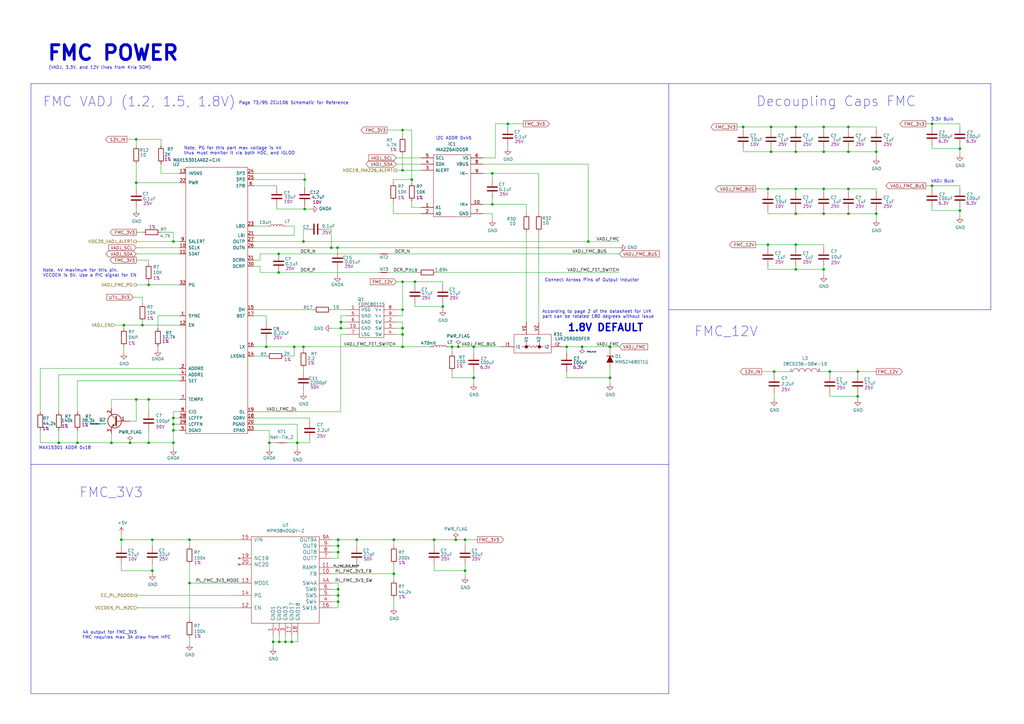
<source format=kicad_sch>
(kicad_sch (version 20230121) (generator eeschema)
  (paper "A3")
  (title_block (title "Top Sheet") (date "2023-12-21") (rev "1.00") (company "ApotheoTech LLC") (comment 1 "SCH: APT-KRIA-FMC") (comment 2 "Author: Chance Reimer"))
  (junction (at 124.46 142.24))
  (junction (at 316.23 62.23))
  (junction (at 124.968 73.66))
  (junction (at 49.784 221.361))
  (junction (at 393.7 60.96))
  (junction (at 138.684 246.761))
  (junction (at 194.31 154.94))
  (junction (at 138.684 226.441))
  (junction (at 139.827 134.62))
  (junction (at 71.12 176.53))
  (junction (at 60.96 163.83))
  (junction (at 117.094 263.271))
  (junction (at 165.1 53.34))
  (junction (at 359.41 87.63))
  (junction (at 114.3 104.14))
  (junction (at 77.724 221.361))
  (junction (at 114.3 111.76))
  (junction (at 250.19 142.24))
  (junction (at 326.39 87.63))
  (junction (at 314.96 100.33))
  (junction (at 138.684 244.221))
  (junction (at 326.39 77.47))
  (junction (at 165.1 127))
  (junction (at 326.39 100.33))
  (junction (at 124.968 85.725))
  (junction (at 181.61 125.73))
  (junction (at 178.054 221.361))
  (junction (at 60.96 116.84))
  (junction (at 168.91 73.66))
  (junction (at 55.88 57.15))
  (junction (at 71.12 99.06))
  (junction (at 314.96 77.47))
  (junction (at 165.1 142.24))
  (junction (at 165.1 134.62))
  (junction (at 351.79 162.56))
  (junction (at 138.684 241.681))
  (junction (at 185.42 142.24))
  (junction (at 124.46 99.06))
  (junction (at 165.1 69.85))
  (junction (at 161.544 221.361))
  (junction (at 58.42 133.35))
  (junction (at 119.634 263.271))
  (junction (at 359.41 62.23))
  (junction (at 170.18 115.57))
  (junction (at 110.49 181.61))
  (junction (at 53.34 181.61))
  (junction (at 112.014 263.271))
  (junction (at 393.7 86.36))
  (junction (at 77.724 239.141))
  (junction (at 337.82 110.49))
  (junction (at 138.684 221.361))
  (junction (at 347.98 87.63))
  (junction (at 238.76 142.24))
  (junction (at 351.79 152.4))
  (junction (at 190.754 234.061))
  (junction (at 232.41 142.24))
  (junction (at 71.12 173.99))
  (junction (at 109.22 142.24))
  (junction (at 250.19 154.94))
  (junction (at 71.12 181.61))
  (junction (at 326.39 62.23))
  (junction (at 50.8 133.35))
  (junction (at 201.93 83.82))
  (junction (at 138.684 223.901))
  (junction (at 187.96 142.24))
  (junction (at 165.1 137.16))
  (junction (at 337.82 52.07))
  (junction (at 382.27 50.8))
  (junction (at 340.36 152.4))
  (junction (at 60.96 181.61))
  (junction (at 24.13 181.61))
  (junction (at 186.944 221.361))
  (junction (at 382.27 76.2))
  (junction (at 201.93 71.12))
  (junction (at 120.65 142.24))
  (junction (at 114.554 263.271))
  (junction (at 190.754 221.361))
  (junction (at 161.544 235.331))
  (junction (at 326.39 52.07))
  (junction (at 337.82 77.47))
  (junction (at 347.98 62.23))
  (junction (at 194.31 142.24))
  (junction (at 326.39 110.49))
  (junction (at 55.88 163.83))
  (junction (at 347.98 77.47))
  (junction (at 146.304 221.361))
  (junction (at 62.484 234.061))
  (junction (at 135.89 101.6))
  (junction (at 71.12 171.45))
  (junction (at 31.75 181.61))
  (junction (at 62.484 221.361))
  (junction (at 304.8 52.07))
  (junction (at 317.5 152.4))
  (junction (at 165.1 115.57))
  (junction (at 241.3 99.06))
  (junction (at 347.98 52.07))
  (junction (at 316.23 52.07))
  (junction (at 121.92 181.61))
  (junction (at 337.82 87.63))
  (junction (at 337.82 62.23))
  (junction (at 55.88 74.93))
  (junction (at 208.28 50.8))
  (junction (at 139.827 132.08))
  (junction (at 138.43 101.6))
  (junction (at 45.72 181.61))
  (wire (pts (xy 241.3 99.06) (xy 254 99.06)))
  (wire (pts (xy 135.89 93.98) (xy 135.89 101.6)))
  (wire (pts (xy 168.91 53.34) (xy 168.91 73.66)))
  (wire (pts (xy 109.22 129.54) (xy 109.22 132.08)))
  (wire (pts (xy 31.75 156.21) (xy 31.75 168.91)))
  (wire (pts (xy 208.28 60.96) (xy 208.28 59.69)))
  (wire (pts (xy 382.27 59.69) (xy 382.27 60.96)))
  (wire (pts (xy 24.13 181.61) (xy 24.13 176.53)))
  (wire (pts (xy 314.96 100.33) (xy 309.88 100.33)))
  (wire (pts (xy 351.79 162.56) (xy 351.79 161.29)))
  (wire (pts (xy 201.93 87.63) (xy 201.93 90.17)))
  (wire (pts (xy 50.8 134.62) (xy 50.8 133.35)))
  (wire (pts (xy 314.96 109.22) (xy 314.96 110.49)))
  (wire (pts (xy 304.8 60.96) (xy 304.8 62.23)))
  (wire (pts (xy 77.724 221.361) (xy 62.484 221.361)))
  (wire (pts (xy 122.174 263.271) (xy 119.634 263.271)))
  (wire (pts (xy 109.22 142.24) (xy 120.65 142.24)))
  (wire (pts (xy 194.31 154.94) (xy 194.31 152.4)))
  (wire (pts (xy 55.88 95.25) (xy 58.42 95.25)))
  (wire (pts (xy 110.49 176.53) (xy 104.14 176.53)))
  (wire (pts (xy 73.66 116.84) (xy 60.96 116.84)))
  (wire (pts (xy 55.88 57.15) (xy 52.07 57.15)))
  (wire (pts (xy 73.66 156.21) (xy 31.75 156.21)))
  (wire (pts (xy 347.98 52.07) (xy 337.82 52.07)))
  (polyline (pts (xy 12.7 34.29) (xy 406.4 34.29)))
  (wire (pts (xy 109.22 139.7) (xy 109.22 142.24)))
  (wire (pts (xy 31.75 181.61) (xy 31.75 176.53)))
  (wire (pts (xy 104.14 146.05) (xy 109.22 146.05)))
  (wire (pts (xy 187.96 142.24) (xy 194.31 142.24)))
  (wire (pts (xy 220.98 87.63) (xy 220.98 71.12)))
  (polyline (pts (xy 274.32 127) (xy 406.4 127)))
  (wire (pts (xy 194.31 154.94) (xy 194.31 157.48)))
  (wire (pts (xy 160.02 111.76) (xy 171.45 111.76)))
  (wire (pts (xy 168.91 73.66) (xy 168.91 74.93)))
  (wire (pts (xy 215.9 132.08) (xy 215.9 95.25)))
  (wire (pts (xy 106.68 106.68) (xy 106.68 104.14)))
  (wire (pts (xy 127 171.45) (xy 127 172.72)))
  (wire (pts (xy 238.76 142.24) (xy 250.19 142.24)))
  (wire (pts (xy 71.12 95.25) (xy 71.12 99.06)))
  (wire (pts (xy 31.75 181.61) (xy 24.13 181.61)))
  (wire (pts (xy 104.14 96.52) (xy 120.65 96.52)))
  (wire (pts (xy 337.82 78.74) (xy 337.82 77.47)))
  (wire (pts (xy 250.19 151.13) (xy 250.19 154.94)))
  (wire (pts (xy 127 181.61) (xy 127 180.34)))
  (wire (pts (xy 138.684 226.441) (xy 138.684 223.901)))
  (wire (pts (xy 162.56 129.54) (xy 165.1 129.54)))
  (wire (pts (xy 142.24 137.16) (xy 139.7 137.16)))
  (wire (pts (xy 336.55 152.4) (xy 340.36 152.4)))
  (wire (pts (xy 337.82 52.07) (xy 326.39 52.07)))
  (wire (pts (xy 181.61 125.73) (xy 181.61 127)))
  (wire (pts (xy 139.827 129.54) (xy 139.827 132.08)))
  (wire (pts (xy 104.14 106.68) (xy 106.68 106.68)))
  (wire (pts (xy 165.1 127) (xy 165.1 115.57)))
  (wire (pts (xy 104.14 92.71) (xy 109.728 92.71)))
  (wire (pts (xy 106.68 111.76) (xy 114.3 111.76)))
  (wire (pts (xy 317.5 152.4) (xy 312.42 152.4)))
  (wire (pts (xy 62.484 223.901) (xy 62.484 221.361)))
  (wire (pts (xy 393.7 50.8) (xy 382.27 50.8)))
  (wire (pts (xy 201.93 83.82) (xy 198.12 83.82)))
  (wire (pts (xy 71.12 173.99) (xy 73.66 173.99)))
  (wire (pts (xy 138.684 244.221) (xy 136.144 244.221)))
  (wire (pts (xy 49.784 234.061) (xy 62.484 234.061)))
  (wire (pts (xy 120.65 92.71) (xy 117.348 92.71)))
  (wire (pts (xy 185.42 152.4) (xy 185.42 154.94)))
  (wire (pts (xy 184.15 142.24) (xy 185.42 142.24)))
  (wire (pts (xy 250.19 142.24) (xy 254 142.24)))
  (wire (pts (xy 340.36 162.56) (xy 351.79 162.56)))
  (wire (pts (xy 113.538 85.725) (xy 124.968 85.725)))
  (wire (pts (xy 120.65 146.05) (xy 120.65 142.24)))
  (wire (pts (xy 382.27 50.8) (xy 382.27 52.07)))
  (wire (pts (xy 106.68 104.14) (xy 114.3 104.14)))
  (wire (pts (xy 138.684 228.981) (xy 138.684 226.441)))
  (wire (pts (xy 62.484 234.061) (xy 62.484 235.331)))
  (wire (pts (xy 138.684 241.681) (xy 138.684 239.141)))
  (wire (pts (xy 326.39 52.07) (xy 316.23 52.07)))
  (wire (pts (xy 181.61 125.73) (xy 181.61 124.46)))
  (wire (pts (xy 316.23 52.07) (xy 316.23 53.34)))
  (wire (pts (xy 121.92 173.99) (xy 121.92 181.61)))
  (wire (pts (xy 138.684 223.901) (xy 138.684 221.361)))
  (wire (pts (xy 138.43 102.87) (xy 138.43 101.6)))
  (wire (pts (xy 55.88 57.15) (xy 66.04 57.15)))
  (wire (pts (xy 50.8 133.35) (xy 58.42 133.35)))
  (wire (pts (xy 161.544 221.361) (xy 146.304 221.361)))
  (wire (pts (xy 113.538 76.2) (xy 113.538 76.835)))
  (wire (pts (xy 119.634 263.271) (xy 117.094 263.271)))
  (wire (pts (xy 124.46 160.02) (xy 124.46 161.29)))
  (wire (pts (xy 71.12 181.61) (xy 60.96 181.61)))
  (wire (pts (xy 165.1 53.34) (xy 158.75 53.34)))
  (wire (pts (xy 326.39 62.23) (xy 316.23 62.23)))
  (wire (pts (xy 359.41 77.47) (xy 347.98 77.47)))
  (wire (pts (xy 71.12 173.99) (xy 71.12 171.45)))
  (wire (pts (xy 55.88 85.09) (xy 55.88 86.36)))
  (wire (pts (xy 160.02 104.14) (xy 254 104.14)))
  (wire (pts (xy 314.96 110.49) (xy 326.39 110.49)))
  (wire (pts (xy 382.27 85.09) (xy 382.27 86.36)))
  (wire (pts (xy 139.827 132.08) (xy 139.827 134.62)))
  (wire (pts (xy 46.99 133.35) (xy 50.8 133.35)))
  (wire (pts (xy 326.39 100.33) (xy 326.39 101.6)))
  (wire (pts (xy 337.82 53.34) (xy 337.82 52.07)))
  (wire (pts (xy 55.88 74.93) (xy 55.88 67.31)))
  (wire (pts (xy 351.79 152.4) (xy 351.79 153.67)))
  (wire (pts (xy 326.39 53.34) (xy 326.39 52.07)))
  (wire (pts (xy 60.96 116.84) (xy 55.88 116.84)))
  (wire (pts (xy 104.14 129.54) (xy 109.22 129.54)))
  (wire (pts (xy 382.27 50.8) (xy 379.73 50.8)))
  (wire (pts (xy 24.13 153.67) (xy 73.66 153.67)))
  (wire (pts (xy 104.14 109.22) (xy 106.68 109.22)))
  (wire (pts (xy 201.93 71.12) (xy 198.12 71.12)))
  (wire (pts (xy 113.538 84.455) (xy 113.538 85.725)))
  (wire (pts (xy 136.144 246.761) (xy 138.684 246.761)))
  (wire (pts (xy 198.12 87.63) (xy 201.93 87.63)))
  (wire (pts (xy 317.5 152.4) (xy 317.5 153.67)))
  (wire (pts (xy 337.82 77.47) (xy 326.39 77.47)))
  (wire (pts (xy 138.684 239.141) (xy 136.144 239.141)))
  (polyline (pts (xy 12.7 34.29) (xy 12.7 284.48)))
  (wire (pts (xy 66.04 95.25) (xy 71.12 95.25)))
  (wire (pts (xy 347.98 62.23) (xy 347.98 60.96)))
  (wire (pts (xy 114.554 263.271) (xy 114.554 260.731)))
  (wire (pts (xy 198.12 64.77) (xy 203.2 64.77)))
  (wire (pts (xy 142.24 129.54) (xy 139.827 129.54)))
  (wire (pts (xy 190.754 231.521) (xy 190.754 234.061)))
  (wire (pts (xy 304.8 52.07) (xy 304.8 53.34)))
  (wire (pts (xy 250.19 154.94) (xy 250.19 157.48)))
  (wire (pts (xy 120.65 142.24) (xy 124.46 142.24)))
  (wire (pts (xy 73.66 133.35) (xy 58.42 133.35)))
  (wire (pts (xy 185.42 142.24) (xy 187.96 142.24)))
  (wire (pts (xy 55.88 172.72) (xy 55.88 163.83)))
  (wire (pts (xy 77.724 221.361) (xy 98.044 221.361)))
  (wire (pts (xy 170.18 125.73) (xy 181.61 125.73)))
  (wire (pts (xy 121.92 181.61) (xy 121.92 184.15)))
  (wire (pts (xy 135.89 101.6) (xy 138.43 101.6)))
  (wire (pts (xy 98.044 244.221) (xy 56.134 244.221)))
  (wire (pts (xy 359.41 78.74) (xy 359.41 77.47)))
  (wire (pts (xy 337.82 100.33) (xy 326.39 100.33)))
  (wire (pts (xy 351.79 162.56) (xy 351.79 163.83)))
  (wire (pts (xy 201.93 81.28) (xy 201.93 83.82)))
  (wire (pts (xy 181.61 115.57) (xy 181.61 116.84)))
  (wire (pts (xy 124.968 85.725) (xy 127.508 85.725)))
  (wire (pts (xy 104.14 127) (xy 128.397 127)))
  (wire (pts (xy 138.684 223.901) (xy 136.144 223.901)))
  (wire (pts (xy 124.46 142.24) (xy 165.1 142.24)))
  (wire (pts (xy 133.35 93.98) (xy 135.89 93.98)))
  (wire (pts (xy 45.72 181.61) (xy 53.34 181.61)))
  (wire (pts (xy 337.82 110.49) (xy 337.82 109.22)))
  (wire (pts (xy 314.96 77.47) (xy 314.96 78.74)))
  (wire (pts (xy 58.42 132.08) (xy 58.42 133.35)))
  (wire (pts (xy 104.14 142.24) (xy 109.22 142.24)))
  (wire (pts (xy 314.96 100.33) (xy 314.96 101.6)))
  (wire (pts (xy 77.724 261.62) (xy 77.724 264.16)))
  (wire (pts (xy 73.66 176.53) (xy 71.12 176.53)))
  (wire (pts (xy 359.41 53.34) (xy 359.41 52.07)))
  (wire (pts (xy 138.43 110.49) (xy 138.43 113.03)))
  (wire (pts (xy 165.1 53.34) (xy 165.1 55.88)))
  (wire (pts (xy 393.7 60.96) (xy 393.7 63.5)))
  (wire (pts (xy 172.72 87.63) (xy 161.29 87.63)))
  (wire (pts (xy 382.27 76.2) (xy 379.73 76.2)))
  (wire (pts (xy 317.5 161.29) (xy 317.5 163.83)))
  (wire (pts (xy 45.72 177.8) (xy 45.72 181.61)))
  (wire (pts (xy 55.88 106.68) (xy 60.96 106.68)))
  (wire (pts (xy 66.04 71.12) (xy 66.04 67.31)))
  (wire (pts (xy 326.39 110.49) (xy 337.82 110.49)))
  (wire (pts (xy 54.61 121.92) (xy 58.42 121.92)))
  (wire (pts (xy 73.66 104.14) (xy 55.88 104.14)))
  (wire (pts (xy 77.724 223.901) (xy 77.724 221.361)))
  (wire (pts (xy 393.7 52.07) (xy 393.7 50.8)))
  (wire (pts (xy 161.544 237.871) (xy 161.544 235.331)))
  (wire (pts (xy 337.82 62.23) (xy 337.82 60.96)))
  (wire (pts (xy 71.12 99.06) (xy 73.66 99.06)))
  (wire (pts (xy 118.11 181.61) (xy 121.92 181.61)))
  (wire (pts (xy 161.544 235.331) (xy 161.544 231.521)))
  (wire (pts (xy 165.1 134.62) (xy 162.56 134.62)))
  (wire (pts (xy 326.39 110.49) (xy 326.39 109.22)))
  (wire (pts (xy 172.72 85.09) (xy 168.91 85.09)))
  (wire (pts (xy 136.144 235.331) (xy 161.544 235.331)))
  (wire (pts (xy 73.66 101.6) (xy 55.88 101.6)))
  (wire (pts (xy 220.98 71.12) (xy 201.93 71.12)))
  (wire (pts (xy 119.634 263.271) (xy 119.634 260.731)))
  (wire (pts (xy 304.8 62.23) (xy 316.23 62.23)))
  (wire (pts (xy 170.18 115.57) (xy 181.61 115.57)))
  (wire (pts (xy 73.66 163.83) (xy 60.96 163.83)))
  (wire (pts (xy 124.46 152.4) (xy 124.46 151.13)))
  (wire (pts (xy 62.484 221.361) (xy 49.784 221.361)))
  (wire (pts (xy 161.29 73.66) (xy 168.91 73.66)))
  (wire (pts (xy 146.304 232.791) (xy 146.304 231.521)))
  (wire (pts (xy 165.1 134.62) (xy 165.1 137.16)))
  (wire (pts (xy 112.014 263.271) (xy 112.014 260.731)))
  (wire (pts (xy 165.1 129.54) (xy 165.1 127)))
  (wire (pts (xy 208.28 52.07) (xy 208.28 50.8)))
  (wire (pts (xy 113.03 181.61) (xy 110.49 181.61)))
  (wire (pts (xy 347.98 87.63) (xy 337.82 87.63)))
  (wire (pts (xy 138.43 101.6) (xy 254 101.6)))
  (wire (pts (xy 161.544 221.361) (xy 178.054 221.361)))
  (wire (pts (xy 337.82 62.23) (xy 326.39 62.23)))
  (wire (pts (xy 55.88 163.83) (xy 45.72 163.83)))
  (wire (pts (xy 232.41 154.94) (xy 250.19 154.94)))
  (wire (pts (xy 165.1 127) (xy 162.56 127)))
  (wire (pts (xy 359.41 60.96) (xy 359.41 62.23)))
  (wire (pts (xy 110.49 181.61) (xy 110.49 184.15)))
  (wire (pts (xy 190.754 221.361) (xy 195.834 221.361)))
  (wire (pts (xy 53.34 181.61) (xy 60.96 181.61)))
  (wire (pts (xy 314.96 86.36) (xy 314.96 87.63)))
  (wire (pts (xy 220.98 132.08) (xy 220.98 95.25)))
  (wire (pts (xy 55.88 163.83) (xy 60.96 163.83)))
  (wire (pts (xy 194.31 144.78) (xy 194.31 142.24)))
  (wire (pts (xy 106.68 109.22) (xy 106.68 111.76)))
  (wire (pts (xy 161.29 87.63) (xy 161.29 82.55)))
  (wire (pts (xy 316.23 52.07) (xy 304.8 52.07)))
  (wire (pts (xy 340.36 152.4) (xy 351.79 152.4)))
  (wire (pts (xy 178.054 223.901) (xy 178.054 221.361)))
  (wire (pts (xy 314.96 77.47) (xy 309.88 77.47)))
  (wire (pts (xy 60.96 163.83) (xy 60.96 168.91)))
  (wire (pts (xy 186.944 221.361) (xy 190.754 221.361)))
  (polyline (pts (xy 12.7 284.48) (xy 274.32 284.48)))
  (wire (pts (xy 138.684 246.761) (xy 138.684 244.221)))
  (wire (pts (xy 347.98 62.23) (xy 337.82 62.23)))
  (wire (pts (xy 138.684 221.361) (xy 136.144 221.361)))
  (wire (pts (xy 165.1 115.57) (xy 170.18 115.57)))
  (wire (pts (xy 16.51 151.13) (xy 73.66 151.13)))
  (wire (pts (xy 347.98 77.47) (xy 337.82 77.47)))
  (wire (pts (xy 314.96 77.47) (xy 326.39 77.47)))
  (wire (pts (xy 161.544 245.491) (xy 161.544 249.301)))
  (wire (pts (xy 66.04 57.15) (xy 66.04 59.69)))
  (wire (pts (xy 98.044 239.141) (xy 77.724 239.141)))
  (wire (pts (xy 161.544 223.901) (xy 161.544 221.361)))
  (wire (pts (xy 124.46 99.06) (xy 241.3 99.06)))
  (wire (pts (xy 49.784 231.521) (xy 49.784 234.061)))
  (wire (pts (xy 326.39 87.63) (xy 326.39 86.36)))
  (wire (pts (xy 170.18 124.46) (xy 170.18 125.73)))
  (wire (pts (xy 136.144 249.301) (xy 138.684 249.301)))
  (wire (pts (xy 71.12 171.45) (xy 71.12 168.91)))
  (wire (pts (xy 45.72 181.61) (xy 31.75 181.61)))
  (wire (pts (xy 337.82 87.63) (xy 337.82 86.36)))
  (wire (pts (xy 178.054 221.361) (xy 186.944 221.361)))
  (wire (pts (xy 104.14 101.6) (xy 135.89 101.6)))
  (wire (pts (xy 136.144 232.791) (xy 146.304 232.791)))
  (wire (pts (xy 104.14 73.66) (xy 124.968 73.66)))
  (wire (pts (xy 168.91 85.09) (xy 168.91 82.55)))
  (wire (pts (xy 64.77 134.62) (xy 64.77 129.54)))
  (wire (pts (xy 104.14 99.06) (xy 124.46 99.06)))
  (wire (pts (xy 16.51 168.91) (xy 16.51 151.13)))
  (wire (pts (xy 73.66 71.12) (xy 66.04 71.12)))
  (wire (pts (xy 124.46 93.98) (xy 125.73 93.98)))
  (wire (pts (xy 165.1 137.16) (xy 165.1 142.24)))
  (wire (pts (xy 393.7 86.36) (xy 393.7 88.9)))
  (wire (pts (xy 71.12 168.91) (xy 73.66 168.91)))
  (wire (pts (xy 124.46 142.24) (xy 124.46 143.51)))
  (wire (pts (xy 124.968 71.12) (xy 124.968 73.66)))
  (wire (pts (xy 190.754 234.061) (xy 190.754 236.601)))
  (wire (pts (xy 190.754 234.061) (xy 178.054 234.061)))
  (wire (pts (xy 104.14 171.45) (xy 127 171.45)))
  (wire (pts (xy 326.39 78.74) (xy 326.39 77.47)))
  (wire (pts (xy 104.14 76.2) (xy 113.538 76.2)))
  (wire (pts (xy 136.017 127) (xy 142.24 127)))
  (wire (pts (xy 71.12 176.53) (xy 71.12 173.99)))
  (wire (pts (xy 55.88 59.69) (xy 55.88 57.15)))
  (wire (pts (xy 71.12 176.53) (xy 71.12 181.61)))
  (wire (pts (xy 136.017 134.62) (xy 139.827 134.62)))
  (wire (pts (xy 77.724 239.141) (xy 77.724 254)))
  (wire (pts (xy 117.094 263.271) (xy 117.094 260.731)))
  (wire (pts (xy 114.3 111.76) (xy 154.94 111.76)))
  (wire (pts (xy 71.12 181.61) (xy 71.12 184.15)))
  (wire (pts (xy 146.304 221.361) (xy 138.684 221.361)))
  (wire (pts (xy 110.49 181.61) (xy 110.49 176.53)))
  (wire (pts (xy 393.7 76.2) (xy 382.27 76.2)))
  (wire (pts (xy 60.96 181.61) (xy 60.96 176.53)))
  (wire (pts (xy 124.968 85.725) (xy 124.968 84.455)))
  (wire (pts (xy 165.1 69.85) (xy 162.56 69.85)))
  (wire (pts (xy 24.13 153.67) (xy 24.13 168.91)))
  (wire (pts (xy 250.19 143.51) (xy 250.19 142.24)))
  (wire (pts (xy 138.684 226.441) (xy 136.144 226.441)))
  (wire (pts (xy 165.1 137.16) (xy 162.56 137.16)))
  (wire (pts (xy 165.1 132.08) (xy 165.1 134.62)))
  (wire (pts (xy 178.054 234.061) (xy 178.054 231.521)))
  (wire (pts (xy 326.39 62.23) (xy 326.39 60.96)))
  (wire (pts (xy 139.7 168.91) (xy 104.14 168.91)))
  (wire (pts (xy 55.88 99.06) (xy 71.12 99.06)))
  (wire (pts (xy 337.82 110.49) (xy 337.82 113.03)))
  (wire (pts (xy 64.77 143.51) (xy 64.77 142.24)))
  (wire (pts (xy 347.98 87.63) (xy 347.98 86.36)))
  (wire (pts (xy 114.554 263.271) (xy 112.014 263.271)))
  (wire (pts (xy 232.41 142.24) (xy 238.76 142.24)))
  (wire (pts (xy 231.14 142.24) (xy 232.41 142.24)))
  (wire (pts (xy 232.41 152.4) (xy 232.41 154.94)))
  (wire (pts (xy 165.1 142.24) (xy 176.53 142.24)))
  (wire (pts (xy 73.66 129.54) (xy 64.77 129.54)))
  (wire (pts (xy 203.2 64.77) (xy 203.2 50.8)))
  (wire (pts (xy 60.96 115.57) (xy 60.96 116.84)))
  (wire (pts (xy 172.72 69.85) (xy 165.1 69.85)))
  (wire (pts (xy 62.484 231.521) (xy 62.484 234.061)))
  (wire (pts (xy 347.98 78.74) (xy 347.98 77.47)))
  (wire (pts (xy 323.85 152.4) (xy 317.5 152.4)))
  (wire (pts (xy 314.96 87.63) (xy 326.39 87.63)))
  (polyline (pts (xy 274.32 190.5) (xy 12.7 190.5)))
  (wire (pts (xy 179.07 111.76) (xy 254 111.76)))
  (polyline (pts (xy 406.4 127) (xy 406.4 34.29)))
  (wire (pts (xy 114.3 104.14) (xy 154.94 104.14)))
  (wire (pts (xy 58.42 121.92) (xy 58.42 124.46)))
  (wire (pts (xy 116.84 146.05) (xy 120.65 146.05)))
  (wire (pts (xy 337.82 101.6) (xy 337.82 100.33)))
  (wire (pts (xy 136.144 228.981) (xy 138.684 228.981)))
  (wire (pts (xy 139.7 137.16) (xy 139.7 168.91)))
  (wire (pts (xy 215.9 87.63) (xy 215.9 83.82)))
  (wire (pts (xy 232.41 144.78) (xy 232.41 142.24)))
  (wire (pts (xy 71.12 171.45) (xy 73.66 171.45)))
  (wire (pts (xy 393.7 77.47) (xy 393.7 76.2)))
  (wire (pts (xy 98.044 249.301) (xy 56.134 249.301)))
  (wire (pts (xy 146.304 223.901) (xy 146.304 221.361)))
  (wire (pts (xy 382.27 86.36) (xy 393.7 86.36)))
  (wire (pts (xy 53.34 172.72) (xy 55.88 172.72)))
  (wire (pts (xy 112.014 263.271) (xy 112.014 265.811)))
  (wire (pts (xy 241.3 67.31) (xy 241.3 99.06)))
  (wire (pts (xy 203.2 50.8) (xy 208.28 50.8)))
  (wire (pts (xy 326.39 100.33) (xy 314.96 100.33)))
  (wire (pts (xy 190.754 221.361) (xy 190.754 223.901)))
  (wire (pts (xy 117.094 263.271) (xy 114.554 263.271)))
  (polyline (pts (xy 274.32 34.29) (xy 274.32 284.48)))
  (wire (pts (xy 359.41 62.23) (xy 347.98 62.23)))
  (wire (pts (xy 351.79 152.4) (xy 359.41 152.4)))
  (wire (pts (xy 161.29 74.93) (xy 161.29 73.66)))
  (wire (pts (xy 77.724 239.141) (xy 77.724 231.521)))
  (wire (pts (xy 382.27 76.2) (xy 382.27 77.47)))
  (wire (pts (xy 16.51 181.61) (xy 16.51 176.53)))
  (wire (pts (xy 208.28 50.8) (xy 214.63 50.8)))
  (wire (pts (xy 162.56 115.57) (xy 165.1 115.57)))
  (wire (pts (xy 172.72 64.77) (xy 162.56 64.77)))
  (wire (pts (xy 185.42 154.94) (xy 194.31 154.94)))
  (wire (pts (xy 49.784 221.361) (xy 49.784 223.901)))
  (wire (pts (xy 24.13 181.61) (xy 16.51 181.61)))
  (wire (pts (xy 194.31 142.24) (xy 205.74 142.24)))
  (wire (pts (xy 359.41 86.36) (xy 359.41 87.63)))
  (wire (pts (xy 359.41 52.07) (xy 347.98 52.07)))
  (wire (pts (xy 393.7 60.96) (xy 393.7 59.69)))
  (wire (pts (xy 170.18 115.57) (xy 170.18 116.84)))
  (wire (pts (xy 359.41 87.63) (xy 359.41 90.17)))
  (wire (pts (xy 359.41 87.63) (xy 347.98 87.63)))
  (wire (pts (xy 121.92 181.61) (xy 127 181.61)))
  (wire (pts (xy 165.1 69.85) (xy 165.1 63.5)))
  (wire (pts (xy 201.93 73.66) (xy 201.93 71.12)))
  (wire (pts (xy 60.96 107.95) (xy 60.96 106.68)))
  (wire (pts (xy 337.82 87.63) (xy 326.39 87.63)))
  (wire (pts (xy 162.56 132.08) (xy 165.1 132.08)))
  (wire (pts (xy 185.42 144.78) (xy 185.42 142.24)))
  (wire (pts (xy 340.36 152.4) (xy 340.36 153.67)))
  (wire (pts (xy 316.23 62.23) (xy 316.23 60.96)))
  (wire (pts (xy 104.14 71.12) (xy 124.968 71.12)))
  (wire (pts (xy 198.12 67.31) (xy 241.3 67.31)))
  (wire (pts (xy 138.684 244.221) (xy 138.684 241.681)))
  (wire (pts (xy 168.91 53.34) (xy 165.1 53.34)))
  (wire (pts (xy 122.174 260.731) (xy 122.174 263.271)))
  (wire (pts (xy 382.27 60.96) (xy 393.7 60.96)))
  (wire (pts (xy 73.66 74.93) (xy 55.88 74.93)))
  (wire (pts (xy 139.827 132.08) (xy 142.24 132.08)))
  (wire (pts (xy 124.968 73.66) (xy 124.968 76.835)))
  (wire (pts (xy 347.98 53.34) (xy 347.98 52.07)))
  (wire (pts (xy 120.65 96.52) (xy 120.65 92.71)))
  (wire (pts (xy 340.36 161.29) (xy 340.36 162.56)))
  (wire (pts (xy 124.46 99.06) (xy 124.46 93.98)))
  (wire (pts (xy 138.684 249.301) (xy 138.684 246.761)))
  (wire (pts (xy 50.8 142.24) (xy 50.8 144.78)))
  (wire (pts (xy 215.9 83.82) (xy 201.93 83.82)))
  (wire (pts (xy 138.684 241.681) (xy 136.144 241.681)))
  (wire (pts (xy 49.784 221.361) (xy 49.784 218.821)))
  (wire (pts (xy 162.56 67.31) (xy 172.72 67.31)))
  (wire (pts (xy 139.827 134.62) (xy 142.24 134.62)))
  (wire (pts (xy 45.72 163.83) (xy 45.72 167.64)))
  (wire (pts (xy 55.88 77.47) (xy 55.88 74.93)))
  (wire (pts (xy 304.8 52.07) (xy 302.26 52.07)))
  (wire (pts (xy 359.41 62.23) (xy 359.41 64.77)))
  (wire (pts (xy 104.14 173.99) (xy 121.92 173.99)))
  (wire (pts (xy 393.7 86.36) (xy 393.7 85.09)))
  (text "(VADJ, 3.3V, and 12V lines from Kria SOM)" (at 19.939 28.575 0) (effects (font (size 1.27 1.27)) (justify left bottom)))
  (text "FMC_12V" (at 284.734 138.43 0) (effects (font (size 3.9878 3.9878)) (justify left bottom)))
  (text "Note, PG for this part max voltage is 4V\nthus must monitor it via both HDC, and IGLOO" (at 75.438 63.627 0) (effects (font (size 1.27 1.27)) (justify left bottom)))
  (text "I2C ADDR 0x45" (at 178.689 57.531 0) (effects (font (size 1.27 1.27)) (justify left bottom)))
  (text "1.8V DEFAULT" (at 232.664 136.271 0) (effects (font (size 2.9972 2.9972) (thickness 0.5994) bold) (justify left bottom)))
  (text "VADJ Bulk" (at 381.762 75.184 0) (effects (font (size 1.27 1.27)) (justify left bottom)))
  (text "Connect Across Pins of Output Inductor" (at 223.393 115.697 0) (effects (font (size 1.27 1.27)) (justify left bottom)))
  (text "FMC VADJ (1.2, 1.5, 1.8V)" (at 17.526 44.196 0) (effects (font (size 3.9878 3.9878)) (justify left bottom)))
  (text "MAX15301 ADDR 0x18" (at 15.875 184.531 0) (effects (font (size 1.27 1.27)) (justify left bottom)))
  (text "According to page 2 of the datasheet for LVK\npart can be rotated 180 degrees without issue" (at 222.377 130.683 0) (effects (font (size 1.27 1.27)) (justify left bottom)))
  (text "FMC POWER" (at 19.05 25.4 0) (effects (font (size 5.9944 5.9944) (thickness 1.1989) bold) (justify left bottom)))
  (text "FMC_3V3" (at 32.512 204.47 0) (effects (font (size 3.9878 3.9878)) (justify left bottom)))
  (text "4A output for FMC_3V3\nFMC requires max 3A draw from HPC" (at 33.782 262.255 0) (effects (font (size 1.27 1.27)) (justify left bottom)))
  (text "Decoupling Caps FMC" (at 310.134 44.069 0) (effects (font (size 3.9878 3.9878)) (justify left bottom)))
  (text "Page 73/95 ZCU106 Schematic for Reference" (at 97.917 43.053 0) (effects (font (size 1.27 1.27)) (justify left bottom)))
  (text "Note, 4V maximum for this pin,\nVCCOEN is 5V. Use a PIC signal for EN" (at 17.526 113.792 0) (effects (font (size 1.27 1.27)) (justify left bottom)))
  (text "3.3V Bulk" (at 381.762 49.784 0) (effects (font (size 1.27 1.27)) (justify left bottom)))
  (label "DCR_P" (at 161.29 111.76 0))
  (label "VADJ_FMC_BUS" (at 189.23 142.24 0))
  (label "PL_FMC_3V3_RAMP" (at 136.652 232.791 0) (effects (font (size 0.762 0.762))))
  (label "VADJ_FMC" (at 254 99.06 180))
  (label "VADJ_FMC_FET_SWITCH" (at 254 111.76 180))
  (label "PL_FMC_3V3_FB" (at 137.414 235.331 0))
  (label "PL_FMC_3V3_MODE" (at 80.264 239.141 0))
  (label "VADJ_FMC_FET_SWITCH" (at 140.97 142.24 0))
  (label "DCR_P" (at 123.19 111.76 0))
  (label "PL_FMC_3V3_SW" (at 137.414 239.141 0))
  (label "VADJ_FMC_BUS" (at 248.92 104.14 180))
  (label "VADJ_FMC_DL" (at 109.22 168.91 0))
  (label "DCR_N" (at 123.19 104.14 0))
  (label "DCR_N" (at 161.925 104.14 0))
  (label "VADJ_FMC" (at 254 142.24 180))
  (global_label "VADJ_FMC_BUS" (shape output) (at 309.88 77.47 180) (property "Intersheetrefs" "${INTERSHEET_REFS}" (effects hide)))
  (global_label "VADJ_FMC_BUS" (shape input) (at 254 104.14 0) (property "Intersheetrefs" "${INTERSHEET_REFS}" (effects hide)))
  (global_label "VADJ_SDA" (shape bidirectional) (at 162.56 67.31 180) (property "Intersheetrefs" "${INTERSHEET_REFS}" (effects hide)))
  (global_label "FMC_3V3" (shape output) (at 55.88 95.25 180) (property "Intersheetrefs" "${INTERSHEET_REFS}" (effects hide)))
  (global_label "FMC_12V" (shape output) (at 309.88 100.33 180) (property "Intersheetrefs" "${INTERSHEET_REFS}" (effects hide)))
  (global_label "FMC_12V" (shape output) (at 359.41 152.4 0) (property "Intersheetrefs" "${INTERSHEET_REFS}" (effects hide)))
  (global_label "VADJ_FMC_BUS" (shape output) (at 379.73 76.2 180) (property "Intersheetrefs" "${INTERSHEET_REFS}" (effects hide)))
  (global_label "VADJ_SCL" (shape input) (at 162.56 64.77 180) (property "Intersheetrefs" "${INTERSHEET_REFS}" (effects hide)))
  (global_label "12V_IN" (shape output) (at 312.42 152.4 180) (property "Intersheetrefs" "${INTERSHEET_REFS}" (effects hide)))
  (global_label "VADJ_FMC" (shape input) (at 254 142.24 0) (property "Intersheetrefs" "${INTERSHEET_REFS}" (effects hide)))
  (global_label "VADJ_SDA" (shape bidirectional) (at 55.88 104.14 180) (property "Intersheetrefs" "${INTERSHEET_REFS}" (effects hide)))
  (global_label "FMC_3V3" (shape output) (at 379.73 50.8 180) (property "Intersheetrefs" "${INTERSHEET_REFS}" (effects hide)))
  (global_label "UTIL_3V3" (shape input) (at 54.61 121.92 180) (property "Intersheetrefs" "${INTERSHEET_REFS}" (effects hide)))
  (global_label "VADJ_SCL" (shape input) (at 55.88 101.6 180) (property "Intersheetrefs" "${INTERSHEET_REFS}" (effects hide)))
  (global_label "FMC_3V3" (shape output) (at 214.63 50.8 0) (property "Intersheetrefs" "${INTERSHEET_REFS}" (effects hide)))
  (global_label "12V_IN" (shape output) (at 52.07 57.15 180) (property "Intersheetrefs" "${INTERSHEET_REFS}" (effects hide)))
  (global_label "FMC_3V3" (shape output) (at 158.75 53.34 180) (property "Intersheetrefs" "${INTERSHEET_REFS}" (effects hide)))
  (global_label "FMC_3V3" (shape output) (at 55.88 106.68 180) (property "Intersheetrefs" "${INTERSHEET_REFS}" (effects hide)))
  (global_label "FMC_3V3" (shape output) (at 195.834 221.361 0) (property "Intersheetrefs" "${INTERSHEET_REFS}" (effects hide)))
  (global_label "FMC_12V" (shape input) (at 162.56 115.57 180) (property "Intersheetrefs" "${INTERSHEET_REFS}" (effects hide)))
  (global_label "FMC_3V3" (shape output) (at 302.26 52.07 180) (property "Intersheetrefs" "${INTERSHEET_REFS}" (effects hide)))
  (hierarchical_label "CC_PL_PGOOD" (shape output) (at 56.134 244.221 180))
  (hierarchical_label "HDC19_INA226_ALERT" (shape output) (at 162.56 69.85 180))
  (hierarchical_label "VADJ_EN" (shape input) (at 46.99 133.35 180))
  (hierarchical_label "VCCOEN_PL_M2C" (shape input) (at 56.134 249.301 180))
  (hierarchical_label "VADJ_FMC_PG" (shape output) (at 55.88 116.84 180))
  (hierarchical_label "HDC20_VADJ_ALERT" (shape output) (at 55.88 99.06 180))
  (symbol (lib_id "power:GND") (at 393.7 63.5 0) (unit 1)
    (property "Reference" "#PWR027" (effects hide))
    (property "Value" "GND" (at 393.827 67.8942 0))
  )
  (symbol (lib_id "Device:C") (at 382.27 55.88 180) (unit 1)
    (property "Reference" "C?" (at 386.334 54.356 0))
    (property "Value" "100uF" (at 387.858 56.007 0))
    (property "Footprint" "Capacitor_SMD:C_1210_3225Metric" (effects hide))
    (property "PartNumber" "C3225X6S0J107M250AB" (effects hide))
    (property "Tolerance" "+-20%" (effects hide))
    (property "Voltage" "6.3V" (at 386.969 57.912 0))
    (property "Temp_Val" "X6S" (effects hide))
    (instances (project "APT-KRIA-FMC" (path "" (reference "C?") (unit 1)) (path "" (reference "C?") (unit 1)) (path "" (reference "C?") (unit 1)) (path "" (reference "C?") (unit 1)) (path "" (reference "C37") (unit 1))))
  )
  (symbol (lib_id "Device:C") (at 393.7 55.88 180) (unit 1)
    (property "Reference" "C?" (at 397.764 54.356 0))
    (property "Value" "100uF" (at 399.288 56.007 0))
    (property "Footprint" "Capacitor_SMD:C_1210_3225Metric" (effects hide))
    (property "PartNumber" "C3225X6S0J107M250AB" (effects hide))
    (property "Tolerance" "+-20%" (effects hide))
    (property "Voltage" "6.3V" (at 398.399 57.912 0))
    (property "Temp_Val" "X6S" (effects hide))
    (instances (project "APT-KRIA-FMC" (path "" (reference "C?") (unit 1)) (path "" (reference "C?") (unit 1)) (path "" (reference "C?") (unit 1)) (path "" (reference "C?") (unit 1)) (path "" (reference "C39") (unit 1))))
  )
  (symbol (lib_id "Device:C") (at 326.39 57.15 180) (unit 1)
    (property "Reference" "C?" (at 330.454 55.626 0))
    (property "Value" "1uF" (at 331.978 57.277 0))
    (property "Footprint" "Capacitor_SMD:C_0402_1005Metric" (effects hide))
    (property "PartNumber" "C1005X5R1E105K050BE" (effects hide))
    (property "Tolerance" "+-10%" (effects hide))
    (property "Voltage" "25V" (at 331.089 59.182 0))
    (property "Temp_Val" "X5R" (effects hide))
    (property "URL" "https://www.digikey.com/en/products/detail/tdk-corporation/C1005X5R1E105K050BE/7907739" (effects hide))
    (instances (project "APT-KRIA-FMC" (path "" (reference "C?") (unit 1)) (path "" (reference "C27") (unit 1)) (path "" (reference "C?") (unit 1)) (path "" (reference "C?") (unit 1))))
  )
  (symbol (lib_id "Device:C") (at 337.82 57.15 180) (unit 1)
    (property "Reference" "C?" (at 341.884 55.626 0))
    (property "Value" "1uF" (at 343.408 57.277 0))
    (property "Footprint" "Capacitor_SMD:C_0402_1005Metric" (effects hide))
    (property "PartNumber" "C1005X5R1E105K050BE" (effects hide))
    (property "Tolerance" "+-10%" (effects hide))
    (property "Voltage" "25V" (at 342.519 59.182 0))
    (property "Temp_Val" "X5R" (effects hide))
    (property "URL" "https://www.digikey.com/en/products/detail/tdk-corporation/C1005X5R1E105K050BE/7907739" (effects hide))
    (instances (project "APT-KRIA-FMC" (path "" (reference "C?") (unit 1)) (path "" (reference "C30") (unit 1)) (path "" (reference "C?") (unit 1)) (path "" (reference "C?") (unit 1))))
  )
  (symbol (lib_id "Device:C") (at 232.41 148.59 180) (unit 1)
    (property "Reference" "C?" (at 236.474 147.066 0))
    (property "Value" "100uF" (at 237.998 148.717 0))
    (property "Footprint" "Capacitor_SMD:C_1210_3225Metric" (effects hide))
    (property "PartNumber" "C3225X6S0J107M250AB" (effects hide))
    (property "Tolerance" "+-20%" (effects hide))
    (property "Voltage" "6.3V" (at 237.109 150.622 0))
    (property "Temp_Val" "X6S" (effects hide))
    (instances (project "APT-KRIA-FMC" (path "" (reference "C?") (unit 1)) (path "" (reference "C?") (unit 1)) (path "" (reference "C?") (unit 1)) (path "" (reference "C?") (unit 1)) (path "" (reference "C22") (unit 1))))
  )
  (symbol (lib_id "Device:C") (at 316.23 57.15 180) (unit 1)
    (property "Reference" "C?" (at 320.294 55.626 0))
    (property "Value" "1uF" (at 321.818 57.277 0))
    (property "Footprint" "Capacitor_SMD:C_0402_1005Metric" (effects hide))
    (property "PartNumber" "C1005X5R1E105K050BE" (effects hide))
    (property "Tolerance" "+-10%" (effects hide))
    (property "Voltage" "25V" (at 320.929 59.182 0))
    (property "Temp_Val" "X5R" (effects hide))
    (property "URL" "https://www.digikey.com/en/products/detail/tdk-corporation/C1005X5R1E105K050BE/7907739" (effects hide))
    (instances (project "APT-KRIA-FMC" (path "" (reference "C?") (unit 1)) (path "" (reference "C26") (unit 1)) (path "" (reference "C?") (unit 1)) (path "" (reference "C?") (unit 1))))
  )
  (symbol (lib_id "Device:C") (at 347.98 57.15 180) (unit 1)
    (property "Reference" "C?" (at 352.044 55.626 0))
    (property "Value" "1uF" (at 353.568 57.277 0))
    (property "Footprint" "Capacitor_SMD:C_0402_1005Metric" (effects hide))
    (property "PartNumber" "C1005X5R1E105K050BE" (effects hide))
    (property "Tolerance" "+-10%" (effects hide))
    (property "Voltage" "25V" (at 352.679 59.182 0))
    (property "Temp_Val" "X5R" (effects hide))
    (property "URL" "https://www.digikey.com/en/products/detail/tdk-corporation/C1005X5R1E105K050BE/7907739" (effects hide))
    (instances (project "APT-KRIA-FMC" (path "" (reference "C?") (unit 1)) (path "" (reference "C33") (unit 1)) (path "" (reference "C?") (unit 1)) (path "" (reference "C?") (unit 1))))
  )
  (symbol (lib_id "Device:C") (at 359.41 57.15 180) (unit 1)
    (property "Reference" "C?" (at 363.474 55.626 0))
    (property "Value" "1uF" (at 364.998 57.277 0))
    (property "Footprint" "Capacitor_SMD:C_0402_1005Metric" (effects hide))
    (property "PartNumber" "C1005X5R1E105K050BE" (effects hide))
    (property "Tolerance" "+-10%" (effects hide))
    (property "Voltage" "25V" (at 364.109 59.182 0))
    (property "Temp_Val" "X5R" (effects hide))
    (property "URL" "https://www.digikey.com/en/products/detail/tdk-corporation/C1005X5R1E105K050BE/7907739" (effects hide))
    (instances (project "APT-KRIA-FMC" (path "" (reference "C?") (unit 1)) (path "" (reference "C35") (unit 1)) (path "" (reference "C?") (unit 1)) (path "" (reference "C?") (unit 1))))
  )
  (symbol (lib_id "Device:C") (at 337.82 105.41 0) (unit 1)
    (property "Reference" "C?" (at 340.741 103.0986 0) (effects (justify left)))
    (property "Value" "10uF" (at 340.741 105.41 0) (effects (justify left)))
    (property "Footprint" "Capacitor_SMD:C_1206_3216Metric" (effects hide))
    (property "Tolerance" "+-10%" (effects hide))
    (property "Voltage" "25V" (at 340.741 107.7214 0) (effects (justify left)))
    (property "PartNumber" "CL31B106KAHNFNE" (effects hide))
    (property "URL" "https://www.digikey.com/product-detail/en/samsung-electro-mechanics/CL31B106KAHNFNE/1276-3100-1-ND/3891186" (effects hide))
    (property "Alt" "GRM31CR71E106KA12L" (effects hide))
    (instances (project "APT-KRIA-FMC" (path "" (reference "C?") (unit 1)) (path "" (reference "C32") (unit 1))))
  )
  (symbol (lib_id "Device:C") (at 304.8 57.15 180) (unit 1)
    (property "Reference" "C?" (at 308.864 55.626 0))
    (property "Value" "10uF" (at 310.388 57.277 0))
    (property "Footprint" "Capacitor_SMD:C_0402_1005Metric" (effects hide))
    (property "PartNumber" "CL05A106MP5NUNC" (effects hide))
    (property "Tolerance" "+-20%" (effects hide))
    (property "Voltage" "10V" (at 309.499 59.182 0))
    (property "Temp_Val" "X5R" (effects hide))
    (property "URL" "https://www.mouser.com/ProductDetail/Samsung-Electro-Mechanics/CL05A106MP5NUNC?qs=X6jEic%2FHinA5hRYAnV6SHQ%3D%3D" (effects hide))
    (instances (project "APT-KRIA-FMC" (path "" (reference "C?") (unit 1)) (path "" (reference "C?") (unit 1)) (path "" (reference "C?") (unit 1)) (path "" (reference "C?") (unit 1)) (path "" (reference "C23") (unit 1))))
  )
  (symbol (lib_id "power:GND") (at 359.41 64.77 0) (unit 1)
    (property "Reference" "#PWR025" (effects hide))
    (property "Value" "GND" (at 359.537 69.1642 0))
  )
  (symbol (lib_id "Device:C") (at 382.27 81.28 180) (unit 1)
    (property "Reference" "C?" (at 386.334 79.756 0))
    (property "Value" "100uF" (at 387.858 81.407 0))
    (property "Footprint" "Capacitor_SMD:C_1210_3225Metric" (effects hide))
    (property "PartNumber" "C3225X6S0J107M250AB" (effects hide))
    (property "Tolerance" "+-20%" (effects hide))
    (property "Voltage" "6.3V" (at 386.969 83.312 0))
    (property "Temp_Val" "X6S" (effects hide))
    (instances (project "APT-KRIA-FMC" (path "" (reference "C?") (unit 1)) (path "" (reference "C?") (unit 1)) (path "" (reference "C?") (unit 1)) (path "" (reference "C?") (unit 1)) (path "" (reference "C38") (unit 1))))
  )
  (symbol (lib_id "Device:C") (at 393.7 81.28 180) (unit 1)
    (property "Reference" "C?" (at 397.764 79.756 0))
    (property "Value" "100uF" (at 399.288 81.407 0))
    (property "Footprint" "Capacitor_SMD:C_1210_3225Metric" (effects hide))
    (property "PartNumber" "C3225X6S0J107M250AB" (effects hide))
    (property "Tolerance" "+-20%" (effects hide))
    (property "Voltage" "6.3V" (at 398.399 83.312 0))
    (property "Temp_Val" "X6S" (effects hide))
    (instances (project "APT-KRIA-FMC" (path "" (reference "C?") (unit 1)) (path "" (reference "C?") (unit 1)) (path "" (reference "C?") (unit 1)) (path "" (reference "C?") (unit 1)) (path "" (reference "C40") (unit 1))))
  )
  (symbol (lib_id "Device:C") (at 347.98 82.55 180) (unit 1)
    (property "Reference" "C?" (at 352.044 81.026 0))
    (property "Value" "1uF" (at 353.568 82.677 0))
    (property "Footprint" "Capacitor_SMD:C_0402_1005Metric" (effects hide))
    (property "PartNumber" "C1005X5R1E105K050BE" (effects hide))
    (property "Tolerance" "+-10%" (effects hide))
    (property "Voltage" "25V" (at 352.679 84.582 0))
    (property "Temp_Val" "X5R" (effects hide))
    (property "URL" "https://www.digikey.com/en/products/detail/tdk-corporation/C1005X5R1E105K050BE/7907739" (effects hide))
    (instances (project "APT-KRIA-FMC" (path "" (reference "C?") (unit 1)) (path "" (reference "C34") (unit 1)) (path "" (reference "C?") (unit 1)) (path "" (reference "C?") (unit 1))))
  )
  (symbol (lib_id "Device:C") (at 359.41 82.55 180) (unit 1)
    (property "Reference" "C?" (at 363.474 81.026 0))
    (property "Value" "1uF" (at 364.998 82.677 0))
    (property "Footprint" "Capacitor_SMD:C_0402_1005Metric" (effects hide))
    (property "PartNumber" "C1005X5R1E105K050BE" (effects hide))
    (property "Tolerance" "+-10%" (effects hide))
    (property "Voltage" "25V" (at 364.109 84.582 0))
    (property "Temp_Val" "X5R" (effects hide))
    (property "URL" "https://www.digikey.com/en/products/detail/tdk-corporation/C1005X5R1E105K050BE/7907739" (effects hide))
    (instances (project "APT-KRIA-FMC" (path "" (reference "C?") (unit 1)) (path "" (reference "C36") (unit 1)) (path "" (reference "C?") (unit 1)) (path "" (reference "C?") (unit 1))))
  )
  (symbol (lib_id "power:GND") (at 393.7 88.9 0) (unit 1)
    (property "Reference" "#PWR028" (effects hide))
    (property "Value" "GND" (at 393.827 93.2942 0))
  )
  (symbol (lib_id "Device:C") (at 326.39 82.55 180) (unit 1)
    (property "Reference" "C?" (at 330.454 81.026 0))
    (property "Value" "1uF" (at 331.978 82.677 0))
    (property "Footprint" "Capacitor_SMD:C_0402_1005Metric" (effects hide))
    (property "PartNumber" "C1005X5R1E105K050BE" (effects hide))
    (property "Tolerance" "+-10%" (effects hide))
    (property "Voltage" "25V" (at 331.089 84.582 0))
    (property "Temp_Val" "X5R" (effects hide))
    (property "URL" "https://www.digikey.com/en/products/detail/tdk-corporation/C1005X5R1E105K050BE/7907739" (effects hide))
    (instances (project "APT-KRIA-FMC" (path "" (reference "C?") (unit 1)) (path "" (reference "C28") (unit 1)) (path "" (reference "C?") (unit 1)) (path "" (reference "C?") (unit 1))))
  )
  (symbol (lib_id "Device:C") (at 337.82 82.55 180) (unit 1)
    (property "Reference" "C?" (at 341.884 81.026 0))
    (property "Value" "1uF" (at 343.408 82.677 0))
    (property "Footprint" "Capacitor_SMD:C_0402_1005Metric" (effects hide))
    (property "PartNumber" "C1005X5R1E105K050BE" (effects hide))
    (property "Tolerance" "+-10%" (effects hide))
    (property "Voltage" "25V" (at 342.519 84.582 0))
    (property "Temp_Val" "X5R" (effects hide))
    (property "URL" "https://www.digikey.com/en/products/detail/tdk-corporation/C1005X5R1E105K050BE/7907739" (effects hide))
    (instances (project "APT-KRIA-FMC" (path "" (reference "C?") (unit 1)) (path "" (reference "C31") (unit 1)) (path "" (reference "C?") (unit 1)) (path "" (reference "C?") (unit 1))))
  )
  (symbol (lib_id "Device:C") (at 314.96 82.55 180) (unit 1)
    (property "Reference" "C?" (at 319.024 81.026 0))
    (property "Value" "10uF" (at 320.548 82.677 0))
    (property "Footprint" "Capacitor_SMD:C_0402_1005Metric" (effects hide))
    (property "PartNumber" "CL05A106MP5NUNC" (effects hide))
    (property "Tolerance" "+-20%" (effects hide))
    (property "Voltage" "10V" (at 319.659 84.582 0))
    (property "Temp_Val" "X5R" (effects hide))
    (property "URL" "https://www.mouser.com/ProductDetail/Samsung-Electro-Mechanics/CL05A106MP5NUNC?qs=X6jEic%2FHinA5hRYAnV6SHQ%3D%3D" (effects hide))
    (instances (project "APT-KRIA-FMC" (path "" (reference "C?") (unit 1)) (path "" (reference "C?") (unit 1)) (path "" (reference "C?") (unit 1)) (path "" (reference "C?") (unit 1)) (path "" (reference "C24") (unit 1))))
  )
  (symbol (lib_id "power:GND") (at 359.41 90.17 0) (unit 1)
    (property "Reference" "#PWR026" (effects hide))
    (property "Value" "GND" (at 359.537 94.5642 0))
  )
  (symbol (lib_id "APT-KRIA-FMC-rescue:Net-Tie_2-Device") (at 157.48 111.76 0) (unit 1)
    (property "Reference" "NT3" (at 157.48 110.49 0))
    (property "Value" "Net-Tie_2" (effects hide))
    (property "Footprint" "ApotheoTech_CXP_Lib:Short_0201" (effects hide))
  )
  (symbol (lib_id "APT-KRIA-FMC-rescue:Net-Tie_2-Device") (at 157.48 104.14 0) (unit 1)
    (property "Reference" "NT2" (at 157.48 105.537 0))
    (property "Value" "Net-Tie_2" (effects hide))
    (property "Footprint" "ApotheoTech_CXP_Lib:Short_0201" (effects hide))
  )
  (symbol (lib_id "Device:C") (at 314.96 105.41 180) (unit 1)
    (property "Reference" "C?" (at 319.024 103.886 0))
    (property "Value" "1uF" (at 320.548 105.537 0))
    (property "Footprint" "Capacitor_SMD:C_0402_1005Metric" (effects hide))
    (property "PartNumber" "C1005X5R1E105K050BE" (effects hide))
    (property "Tolerance" "+-10%" (effects hide))
    (property "Voltage" "25V" (at 319.659 107.442 0))
    (property "Temp_Val" "X5R" (effects hide))
    (property "URL" "https://www.digikey.com/en/products/detail/C1005X5R1E105K050BE/445-175215-1-ND/7907779?itemSeq=374777296" (effects hide))
    (instances (project "APT-KRIA-FMC" (path "" (reference "C?") (unit 1)) (path "" (reference "C25") (unit 1)) (path "" (reference "C?") (unit 1)) (path "" (reference "C?") (unit 1))))
  )
  (symbol (lib_id "Device:C") (at 326.39 105.41 180) (unit 1)
    (property "Reference" "C?" (at 330.454 103.886 0))
    (property "Value" "1uF" (at 331.978 105.537 0))
    (property "Footprint" "Capacitor_SMD:C_0402_1005Metric" (effects hide))
    (property "PartNumber" "C1005X5R1E105K050BE" (effects hide))
    (property "Tolerance" "+-10%" (effects hide))
    (property "Voltage" "25V" (at 331.089 107.442 0))
    (property "Temp_Val" "X5R" (effects hide))
    (property "URL" "https://www.digikey.com/en/products/detail/C1005X5R1E105K050BE/445-175215-1-ND/7907779?itemSeq=374777296" (effects hide))
    (instances (project "APT-KRIA-FMC" (path "" (reference "C?") (unit 1)) (path "" (reference "C29") (unit 1)) (path "" (reference "C?") (unit 1)) (path "" (reference "C?") (unit 1))))
  )
  (symbol (lib_id "power:GND") (at 337.82 113.03 0) (unit 1)
    (property "Reference" "#PWR024" (effects hide))
    (property "Value" "GND" (at 337.947 117.4242 0))
  )
  (symbol (lib_id "APT-KRIA-FMC-rescue:INDUCTOR-pspice") (at 330.2 152.4 0) (unit 1)
    (property "Reference" "L3" (at 330.2 146.939 0))
    (property "Value" "28C0236-0BW-10" (at 330.2 149.2504 0))
    (property "Footprint" "ApotheoTech_CXP_Lib:28C02360BW10" (effects hide))
  )
  (symbol (lib_id "Device:C") (at 317.5 157.48 0) (unit 1)
    (property "Reference" "C?" (at 320.421 155.1686 0) (effects (justify left)))
    (property "Value" "2.2uF" (at 320.421 157.48 0) (effects (justify left)))
    (property "Footprint" "Capacitor_SMD:C_0805_2012Metric" (effects hide))
    (property "Tolerance" "+-10%" (effects hide))
    (property "Voltage" "25V" (at 320.421 159.7914 0) (effects (justify left)))
    (property "PartNumber" "CL21B225KAFNNNE" (effects hide))
    (instances (project "APT-KRIA-FMC" (path "" (reference "C?") (unit 1)) (path "" (reference "C41") (unit 1))))
  )
  (symbol (lib_id "Device:C") (at 340.36 157.48 180) (unit 1)
    (property "Reference" "C?" (at 344.17 155.575 0))
    (property "Value" "47uF" (at 345.44 157.226 0))
    (property "Footprint" "Capacitor_SMD:C_1206_3216Metric" (effects hide))
    (property "PartNumber" "C3216X5R1E476M160AC " (effects hide))
    (property "Tolerance" "+-20%" (effects hide))
    (property "Voltage" "25V" (at 344.932 159.004 0))
    (property "Temp_Val" "X5R" (effects hide))
    (property "URL" "https://www.mouser.com/ProductDetail/810-C3216X5R1E476M" (effects hide))
    (property "Alt" "N/A" (effects hide))
    (instances (project "APT-KRIA-FMC" (path "" (reference "C?") (unit 1)) (path "" (reference "C42") (unit 1)) (path "" (reference "C?") (unit 1)) (path "" (reference "C?") (unit 1))))
  )
  (symbol (lib_id "Device:C") (at 351.79 157.48 180) (unit 1)
    (property "Reference" "C?" (at 355.6 155.575 0))
    (property "Value" "47uF" (at 356.87 157.226 0))
    (property "Footprint" "Capacitor_SMD:C_1206_3216Metric" (effects hide))
    (property "PartNumber" "C3216X5R1E476M160AC " (effects hide))
    (property "Tolerance" "+-20%" (effects hide))
    (property "Voltage" "25V" (at 356.362 159.004 0))
    (property "Temp_Val" "X5R" (effects hide))
    (property "URL" "https://www.mouser.com/ProductDetail/810-C3216X5R1E476M" (effects hide))
    (property "Alt" "N/A" (effects hide))
    (instances (project "APT-KRIA-FMC" (path "" (reference "C?") (unit 1)) (path "" (reference "C43") (unit 1)) (path "" (reference "C?") (unit 1)) (path "" (reference "C?") (unit 1))))
  )
  (symbol (lib_id "power:GND") (at 317.5 163.83 0) (unit 1)
    (property "Reference" "#PWR029" (effects hide))
    (property "Value" "GND" (at 317.627 168.2242 0))
  )
  (symbol (lib_id "power:GND") (at 351.79 163.83 0) (unit 1)
    (property "Reference" "#PWR030" (effects hide))
    (property "Value" "GND" (at 351.917 168.2242 0))
  )
  (symbol (lib_id "Device:R") (at 58.42 128.27 0) (unit 1)
    (property "Reference" "R?" (at 60.198 125.9586 0) (effects (justify left)))
    (property "Value" "10K" (at 60.198 128.27 0) (effects (justify left)))
    (property "Footprint" "Resistor_SMD:R_0402_1005Metric" (effects hide))
    (property "Tolerance" "1%" (at 60.198 130.5814 0) (effects (justify left)))
    (property "Power" "1/10W" (effects hide))
    (property "PartNumber" "ERJ-2RKF1002X" (effects hide))
    (property "URL" "https://www.digikey.com/en/products/detail/panasonic-electronic-components/ERJ-2RKF1002X/192073" (effects hide))
    (instances (project "APT-KRIA-FMC" (path "" (reference "R?") (unit 1)) (path "" (reference "R?") (unit 1)) (path "" (reference "R50") (unit 1)) (path "" (reference "R?") (unit 1))))
  )
  (symbol (lib_id "Device:R") (at 50.8 138.43 0) (unit 1)
    (property "Reference" "R?" (at 52.578 136.1186 0) (effects (justify left)))
    (property "Value" "DNP" (at 52.578 138.43 0) (effects (justify left)))
    (property "Footprint" "Resistor_SMD:R_0402_1005Metric" (effects hide))
    (property "Tolerance" "1%" (at 52.578 140.7414 0) (effects (justify left)))
    (property "Power" "1/10W" (effects hide))
    (property "PartNumber" "ERJ-2RKF1002X" (effects hide))
    (property "URL" "https://www.digikey.com/en/products/detail/panasonic-electronic-components/ERJ-2RKF1002X/192073" (effects hide))
    (instances (project "APT-KRIA-FMC" (path "" (reference "R?") (unit 1)) (path "" (reference "R?") (unit 1)) (path "" (reference "R53") (unit 1)) (path "" (reference "R?") (unit 1))))
  )
  (symbol (lib_id "Device:C") (at 113.538 80.645 180) (unit 1)
    (property "Reference" "C?" (at 117.602 79.121 0))
    (property "Value" "10uF" (at 119.126 80.772 0))
    (property "Footprint" "Capacitor_SMD:C_0402_1005Metric" (effects hide))
    (property "PartNumber" "CL05A106MP5NUNC" (effects hide))
    (property "Tolerance" "+-20%" (effects hide))
    (property "Voltage" "10V" (at 118.237 82.677 0))
    (property "Temp_Val" "X5R" (effects hide))
    (property "URL" "https://www.mouser.com/ProductDetail/Samsung-Electro-Mechanics/CL05A106MP5NUNC?qs=X6jEic%2FHinA5hRYAnV6SHQ%3D%3D" (effects hide))
    (instances (project "APT-KRIA-FMC" (path "" (reference "C?") (unit 1)) (path "" (reference "C?") (unit 1)) (path "" (reference "C?") (unit 1)) (path "" (reference "C?") (unit 1)) (path "" (reference "C9") (unit 1))))
  )
  (symbol (lib_id "Device:C") (at 124.968 80.645 0) (unit 1)
    (property "Reference" "C12" (at 129.032 78.867 0))
    (property "Value" "4.7uF" (at 130.556 80.899 0))
    (property "Footprint" "Capacitor_SMD:C_0402_1005Metric" (effects hide))
    (property "PartNumber" "CL05A475KP5NRNC " (effects hide))
    (property "Tolerance" "+-10%" (effects hide))
    (property "Voltage" "10V" (at 130.048 82.931 0))
    (property "Temp_Coeff" "X5R" (effects hide))
    (property "URL" "https://www.digikey.com/product-detail/en/samsung-electro-mechanics/CL05A475KP5NRNC/1276-1480-1-ND/3889566" (effects hide))
    (instances (project "APT-KRIA-FMC" (path "" (reference "C12") (unit 1)) (path "" (reference "C?") (unit 1))))
  )
  (symbol (lib_id "power:GNDA") (at 127.508 85.725 90) (unit 1)
    (property "Reference" "#PWR0176" (effects hide))
    (property "Value" "GNDA" (at 130.7592 85.598 90) (effects (justify right)))
  )
  (symbol (lib_id "Device:L") (at 113.538 92.71 90) (unit 1)
    (property "Reference" "L?" (at 117.729 90.805 90))
    (property "Value" "10uH" (at 108.839 91.186 90))
    (property "Footprint" "Inductor_SMD:L_1008_2520Metric" (effects hide))
    (property "PartNumber" "74479887310A" (effects hide))
    (instances (project "APT-KRIA-FMC" (path "" (reference "L?") (unit 1)) (path "" (reference "L1") (unit 1))))
  )
  (symbol (lib_id "Device:C") (at 129.54 93.98 270) (unit 1)
    (property "Reference" "C?" (at 125.476 93.091 90))
    (property "Value" "0.1uF" (at 134.747 92.71 90))
    (property "Footprint" "Capacitor_SMD:C_0402_1005Metric" (effects hide))
    (property "PartNumber" "TMK105BJ104KVHF" (effects hide))
    (property "Tolerance" "+-10%" (effects hide))
    (property "Voltage" "25V" (at 133.985 95.377 90))
    (property "Temp_Val" "X5R" (effects hide))
    (property "URL" "https://www.digikey.com/en/products/detail/TMK105BJ104KVHF/587-3808-1-ND/4811278?itemSeq=375666509" (effects hide))
    (instances (project "APT-KRIA-FMC" (path "" (reference "C?") (unit 1)) (path "" (reference "C14") (unit 1)) (path "" (reference "C?") (unit 1)) (path "" (reference "C?") (unit 1))))
  )
  (symbol (lib_id "Device:C") (at 138.43 106.68 180) (unit 1)
    (property "Reference" "C15" (at 142.494 105.664 0))
    (property "Value" "0.01uF" (at 144.653 107.442 0))
    (property "Footprint" "Capacitor_SMD:C_0402_1005Metric" (effects hide))
    (property "PartNumber" "04023D103KAT2A" (effects hide))
    (property "Tolerance" "+-10%" (effects hide))
    (property "Voltage" "25V" (at 143.129 109.22 0))
    (property "Temp_Val" "X5R" (effects hide))
    (instances (project "APT-KRIA-FMC" (path "" (reference "C15") (unit 1)) (path "" (reference "C?") (unit 1))))
  )
  (symbol (lib_id "Device:C") (at 114.3 107.95 0) (unit 1)
    (property "Reference" "C?" (at 118.11 106.172 0))
    (property "Value" "0.1uF" (at 119.634 108.204 0))
    (property "Footprint" "Capacitor_SMD:C_0402_1005Metric" (effects hide))
    (property "PartNumber" "TMK105BJ104KVHF" (effects hide))
    (property "Tolerance" "+-10%" (effects hide))
    (property "Voltage" "25V" (at 118.999 110.109 0))
    (property "Temp_Val" "X5R" (effects hide))
    (property "URL" "https://www.digikey.com/en/products/detail/TMK105BJ104KVHF/587-3808-1-ND/4811278?itemSeq=375666509" (effects hide))
    (instances (project "APT-KRIA-FMC" (path "" (reference "C?") (unit 1)) (path "" (reference "C10") (unit 1)) (path "" (reference "C?") (unit 1)) (path "" (reference "C?") (unit 1))))
  )
  (symbol (lib_id "power:GNDA") (at 138.43 113.03 0) (unit 1)
    (property "Reference" "#PWR0181" (effects hide))
    (property "Value" "GNDA" (at 140.97 116.713 0) (effects (justify right)))
  )
  (symbol (lib_id "power:GND") (at 50.8 144.78 0) (unit 1)
    (property "Reference" "#PWR045" (effects hide))
    (property "Value" "GND" (at 50.927 149.1742 0))
  )
  (symbol (lib_id "Device:R") (at 132.207 127 90) (unit 1)
    (property "Reference" "R17" (at 128.27 126.111 90) (effects (justify left)))
    (property "Value" "10" (at 139.192 125.984 90) (effects (justify left)))
    (property "Footprint" "Resistor_SMD:R_0402_1005Metric" (effects hide))
    (property "PartNumber" "ERJ-2RKF10R0X " (effects hide))
    (property "Tol" "1%" (effects hide))
    (property "Power" "1/10W" (effects hide))
    (instances (project "APT-KRIA-FMC" (path "" (reference "R17") (unit 1)) (path "" (reference "R?") (unit 1))))
  )
  (symbol (lib_id "Device:R") (at 175.26 111.76 90) (unit 1)
    (property "Reference" "R18" (at 171.323 110.871 90) (effects (justify left)))
    (property "Value" "1.69k" (at 183.769 110.617 90) (effects (justify left)))
    (property "Footprint" "Resistor_SMD:R_0402_1005Metric" (effects hide))
    (property "PartNumber" "ERJ-2RKF1691X " (effects hide))
    (property "Tol" "1%" (effects hide))
    (property "Power" "1/10W" (effects hide))
    (instances (project "APT-KRIA-FMC" (path "" (reference "R18") (unit 1)) (path "" (reference "R?") (unit 1))))
  )
  (symbol (lib_id "power:GND") (at 254 101.6 90) (unit 1)
    (property "Reference" "#PWR0182" (effects hide))
    (property "Value" "GND" (at 257.2512 101.473 90) (effects (justify right)))
  )
  (symbol (lib_id "ApotheoTech:FDPC8011S") (at 152.4 132.08 0) (unit 1)
    (property "Reference" "Q1" (at 148.082 122.809 0))
    (property "Value" "FDPC8011S" (at 152.4 124.841 0))
    (property "Footprint" "ApotheoTech_CXP_Lib:FDPC8011S" (effects hide))
    (property "Datasheet" "https://www.onsemi.com/pub/Collateral/FDPC8011S-D.pdf" (effects hide))
    (property "Description" "ON SEMICONDUCTOR - FDPC8011S - MOSFET, N-CH, DUAL, 25V/12V, 8PQFN" (effects hide))
    (property "Height" "0.8" (effects hide))
    (property "Mouser Part Number" "512-FDPC8011S" (effects hide))
    (property "Mouser Price/Stock" "https://www.mouser.co.uk/ProductDetail/ON-Semiconductor-Fairchild/FDPC8011S?qs=egekXC3DvTNySBVoU70Ehg%3D%3D" (effects hide))
    (property "Manufacturer_Name" "ON Semiconductor" (effects hide))
    (property "Manufacturer_Part_Number" "FDPC8011S" (effects hide))
  )
  (symbol (lib_id "power:GND") (at 136.017 134.62 270) (unit 1)
    (property "Reference" "#PWR0184" (effects hide))
    (property "Value" "GND" (at 132.7658 134.747 90) (effects (justify right)))
  )
  (symbol (lib_id "Device:C") (at 170.18 120.65 180) (unit 1)
    (property "Reference" "C?" (at 173.99 118.745 0))
    (property "Value" "47uF" (at 175.26 120.396 0))
    (property "Footprint" "Capacitor_SMD:C_1206_3216Metric" (effects hide))
    (property "PartNumber" "C3216X5R1E476M160AC " (effects hide))
    (property "Tolerance" "+-20%" (effects hide))
    (property "Voltage" "25V" (at 174.752 122.174 0))
    (property "Temp_Val" "X5R" (effects hide))
    (property "URL" "https://www.mouser.com/ProductDetail/810-C3216X5R1E476M" (effects hide))
    (property "Alt" "N/A" (effects hide))
    (instances (project "APT-KRIA-FMC" (path "" (reference "C?") (unit 1)) (path "" (reference "C16") (unit 1)) (path "" (reference "C?") (unit 1)) (path "" (reference "C?") (unit 1))))
  )
  (symbol (lib_id "Device:C") (at 181.61 120.65 180) (unit 1)
    (property "Reference" "C?" (at 185.42 118.745 0))
    (property "Value" "47uF" (at 186.69 120.396 0))
    (property "Footprint" "Capacitor_SMD:C_1206_3216Metric" (effects hide))
    (property "PartNumber" "C3216X5R1E476M160AC " (effects hide))
    (property "Tolerance" "+-20%" (effects hide))
    (property "Voltage" "25V" (at 186.182 122.174 0))
    (property "Temp_Val" "X5R" (effects hide))
    (property "URL" "https://www.mouser.com/ProductDetail/810-C3216X5R1E476M" (effects hide))
    (property "Alt" "N/A" (effects hide))
    (instances (project "APT-KRIA-FMC" (path "" (reference "C?") (unit 1)) (path "" (reference "C17") (unit 1)) (path "" (reference "C?") (unit 1)) (path "" (reference "C?") (unit 1))))
  )
  (symbol (lib_id "power:GND") (at 181.61 127 0) (unit 1)
    (property "Reference" "#PWR0185" (effects hide))
    (property "Value" "GND" (at 181.737 131.3942 0))
  )
  (symbol (lib_id "Device:R") (at 113.03 146.05 90) (unit 1)
    (property "Reference" "R?" (at 109.347 145.288 90) (effects (justify left)))
    (property "Value" "2K" (at 119.126 145.034 90) (effects (justify left)))
    (property "Footprint" "Resistor_SMD:R_0402_1005Metric" (effects hide))
    (property "Tolerance" "1%" (at 119.38 147.447 90) (effects (justify left)))
    (property "Power" "1/10W" (effects hide))
    (property "PartNumber" "ERJ-2RKF2001X" (effects hide))
    (property "URL" "https://www.digikey.com/product-detail/en/panasonic-electronic-components/ERJ-2RKF2001X/P2-00KLCT-ND/194233" (effects hide))
    (property "Alt" "RK73H1ERTTP2001F" (effects hide))
    (instances (project "APT-KRIA-FMC" (path "" (reference "R?") (unit 1)) (path "" (reference "R15") (unit 1))))
  )
  (symbol (lib_id "Device:R") (at 124.46 147.32 180) (unit 1)
    (property "Reference" "R?" (at 130.048 145.161 0) (effects (justify left)))
    (property "Value" "2.2" (at 129.286 147.066 0) (effects (justify left)))
    (property "Footprint" "Resistor_SMD:R_0603_1608Metric" (effects hide))
    (property "Tolerance" "1%" (at 129.032 148.844 0) (effects (justify left)))
    (property "Power" "1/10W" (effects hide))
    (property "PartNumber" "ERJ-3RQF2R2V " (effects hide))
    (property "URL" "https://www.mouser.com/ProductDetail/667-ERJ-3RQF2R2V" (effects hide))
    (property "Alt" "N/A" (effects hide))
    (instances (project "APT-KRIA-FMC" (path "" (reference "R?") (unit 1)) (path "" (reference "R16") (unit 1))))
  )
  (symbol (lib_id "Device:C") (at 124.46 156.21 180) (unit 1)
    (property "Reference" "C11" (at 128.524 155.194 0))
    (property "Value" "2200pF" (at 130.683 156.972 0))
    (property "Footprint" "Capacitor_SMD:C_0402_1005Metric" (effects hide))
    (property "PartNumber" "GRM155R71H222JA01J " (effects hide))
    (property "Tolerance" "+-5%" (effects hide))
    (property "Voltage" "50V" (at 129.159 158.75 0))
    (property "Temp_Val" "X7R" (effects hide))
    (instances (project "APT-KRIA-FMC" (path "" (reference "C11") (unit 1)) (path "" (reference "C?") (unit 1))))
  )
  (symbol (lib_id "power:GND") (at 124.46 161.29 0) (unit 1)
    (property "Reference" "#PWR0188" (effects hide))
    (property "Value" "GND" (at 124.587 165.6842 0))
  )
  (symbol (lib_id "Device:C") (at 109.22 135.89 180) (unit 1)
    (property "Reference" "C8" (at 113.284 134.874 0))
    (property "Value" "0.22uF" (at 115.443 136.652 0))
    (property "Footprint" "Capacitor_SMD:C_0402_1005Metric" (effects hide))
    (property "PartNumber" "C1005X5R1E224K050BC " (effects hide))
    (property "Tolerance" "+-10%" (effects hide))
    (property "Voltage" "25V" (at 113.919 138.43 0))
    (property "Temp_Val" "X5R" (effects hide))
    (instances (project "APT-KRIA-FMC" (path "" (reference "C8") (unit 1)) (path "" (reference "C?") (unit 1))))
  )
  (symbol (lib_id "Device:C") (at 127 176.53 0) (unit 1)
    (property "Reference" "C?" (at 129.921 174.2186 0) (effects (justify left)))
    (property "Value" "2.2uF" (at 129.921 176.53 0) (effects (justify left)))
    (property "Footprint" "Capacitor_SMD:C_0805_2012Metric" (effects hide))
    (property "Tolerance" "+-10%" (effects hide))
    (property "Voltage" "25V" (at 129.921 178.8414 0) (effects (justify left)))
    (property "PartNumber" "CL21B225KAFNNNE" (effects hide))
    (instances (project "APT-KRIA-FMC" (path "" (reference "C?") (unit 1)) (path "" (reference "C13") (unit 1))))
  )
  (symbol (lib_id "power:GND") (at 121.92 184.15 0) (unit 1)
    (property "Reference" "#PWR0240" (effects hide))
    (property "Value" "GND" (at 122.047 188.5442 0))
  )
  (symbol (lib_id "APT-KRIA-FMC-rescue:Net-Tie_2-Device") (at 115.57 181.61 0) (unit 1)
    (property "Reference" "NT1" (at 115.57 177.0126 0))
    (property "Value" "Net-Tie_2" (at 115.57 179.324 0))
    (property "Footprint" "NetTie:NetTie-2_SMD_Pad0.5mm" (effects hide))
  )
  (symbol (lib_id "Device:L") (at 180.34 142.24 90) (unit 1)
    (property "Reference" "L?" (at 184.531 140.335 90))
    (property "Value" "470nH" (at 175.641 140.716 90))
    (property "Footprint" "ApotheoTech_CXP_Lib:744316047" (effects hide))
    (property "PartNumber" "744316047 " (effects hide))
    (instances (project "APT-KRIA-FMC" (path "" (reference "L?") (unit 1)) (path "" (reference "L2") (unit 1))))
  )
  (symbol (lib_id "Device:C") (at 194.31 148.59 180) (unit 1)
    (property "Reference" "C?" (at 198.374 147.066 0))
    (property "Value" "100uF" (at 199.898 148.717 0))
    (property "Footprint" "Capacitor_SMD:C_1210_3225Metric" (effects hide))
    (property "PartNumber" "C3225X6S0J107M250AB" (effects hide))
    (property "Tolerance" "+-20%" (effects hide))
    (property "Voltage" "6.3V" (at 199.009 150.622 0))
    (property "Temp_Val" "X6S" (effects hide))
    (instances (project "APT-KRIA-FMC" (path "" (reference "C?") (unit 1)) (path "" (reference "C?") (unit 1)) (path "" (reference "C?") (unit 1)) (path "" (reference "C?") (unit 1)) (path "" (reference "C18") (unit 1))))
  )
  (symbol (lib_id "Device:R") (at 185.42 148.59 180) (unit 1)
    (property "Reference" "R?" (at 190.754 146.558 0) (effects (justify left)))
    (property "Value" "100" (at 191.008 148.336 0) (effects (justify left)))
    (property "Footprint" "Resistor_SMD:R_0402_1005Metric" (effects hide))
    (property "Tolerance" "1%" (at 189.992 150.114 0) (effects (justify left)))
    (property "Power" "1/10W" (effects hide))
    (property "PartNumber" "ERJ-2RKF1000X " (effects hide))
    (property "URL" "https://www.mouser.com/ProductDetail/667-ERJ-2RKF1000X" (effects hide))
    (property "Alt" "N/A" (effects hide))
    (instances (project "APT-KRIA-FMC" (path "" (reference "R?") (unit 1)) (path "" (reference "R19") (unit 1))))
  )
  (symbol (lib_id "power:GND") (at 194.31 157.48 0) (unit 1)
    (property "Reference" "#PWR0241" (effects hide))
    (property "Value" "GND" (at 194.437 161.8742 0))
  )
  (symbol (lib_id "power:GNDA") (at 110.49 184.15 0) (unit 1)
    (property "Reference" "#PWR0243" (effects hide))
    (property "Value" "GNDA" (at 113.03 187.833 0) (effects (justify right)))
  )
  (symbol (lib_id "Device:R") (at 66.04 63.5 180) (unit 1)
    (property "Reference" "R?" (at 71.12 61.214 0) (effects (justify left)))
    (property "Value" "2K" (at 70.104 63.373 0) (effects (justify left)))
    (property "Footprint" "Resistor_SMD:R_0402_1005Metric" (effects hide))
    (property "Tolerance" "1%" (at 70.231 65.278 0) (effects (justify left)))
    (property "Power" "1/10W" (effects hide))
    (property "PartNumber" "ERJ-2RKF2001X" (effects hide))
    (property "URL" "https://www.digikey.com/product-detail/en/panasonic-electronic-components/ERJ-2RKF2001X/P2-00KLCT-ND/194233" (effects hide))
    (property "Alt" "RK73H1ERTTP2001F" (effects hide))
    (instances (project "APT-KRIA-FMC" (path "" (reference "R?") (unit 1)) (path "" (reference "R14") (unit 1))))
  )
  (symbol (lib_id "Device:R") (at 55.88 63.5 180) (unit 1)
    (property "Reference" "R12" (at 61.087 61.595 0) (effects (justify left)))
    (property "Value" "10" (at 60.071 63.5 0) (effects (justify left)))
    (property "Footprint" "Resistor_SMD:R_0402_1005Metric" (effects hide))
    (property "PartNumber" "ERJ-2RKF10R0X " (effects hide))
    (property "Tol" "1%" (effects hide))
    (property "Power" "1/10W" (effects hide))
    (instances (project "APT-KRIA-FMC" (path "" (reference "R12") (unit 1)) (path "" (reference "R?") (unit 1))))
  )
  (symbol (lib_id "Device:C") (at 55.88 81.28 0) (unit 1)
    (property "Reference" "C?" (at 59.69 79.502 0))
    (property "Value" "0.1uF" (at 61.214 81.534 0))
    (property "Footprint" "Capacitor_SMD:C_0402_1005Metric" (effects hide))
    (property "PartNumber" "TMK105BJ104KVHF" (effects hide))
    (property "Tolerance" "+-10%" (effects hide))
    (property "Voltage" "25V" (at 60.579 83.439 0))
    (property "Temp_Val" "X5R" (effects hide))
    (property "URL" "https://www.digikey.com/en/products/detail/TMK105BJ104KVHF/587-3808-1-ND/4811278?itemSeq=375666509" (effects hide))
    (instances (project "APT-KRIA-FMC" (path "" (reference "C?") (unit 1)) (path "" (reference "C7") (unit 1)) (path "" (reference "C?") (unit 1)) (path "" (reference "C?") (unit 1))))
  )
  (symbol (lib_id "power:GND") (at 55.88 86.36 0) (unit 1)
    (property "Reference" "#PWR0244" (effects hide))
    (property "Value" "GND" (at 56.007 90.7542 0))
  )
  (symbol (lib_id "Device:R") (at 60.96 111.76 0) (unit 1)
    (property "Reference" "R?" (at 62.738 109.4486 0) (effects (justify left)))
    (property "Value" "10K" (at 62.738 111.76 0) (effects (justify left)))
    (property "Footprint" "Resistor_SMD:R_0402_1005Metric" (effects hide))
    (property "Tolerance" "1%" (at 62.738 114.0714 0) (effects (justify left)))
    (property "Power" "1/10W" (effects hide))
    (property "PartNumber" "ERJ-2RKF1002X" (effects hide))
    (property "URL" "https://www.digikey.com/en/products/detail/panasonic-electronic-components/ERJ-2RKF1002X/192073" (effects hide))
    (instances (project "APT-KRIA-FMC" (path "" (reference "R?") (unit 1)) (path "" (reference "R?") (unit 1)) (path "" (reference "R13") (unit 1)) (path "" (reference "R?") (unit 1))))
  )
  (symbol (lib_id "power:GNDA") (at 71.12 184.15 0) (unit 1)
    (property "Reference" "#PWR0245" (effects hide))
    (property "Value" "GNDA" (at 73.66 187.833 0) (effects (justify right)))
  )
  (symbol (lib_id "Device:C") (at 60.96 172.72 0) (unit 1)
    (property "Reference" "C?" (at 63.881 170.4086 0) (effects (justify left)))
    (property "Value" "100pF" (at 63.881 172.72 0) (effects (justify left)))
    (property "Footprint" "Capacitor_SMD:C_0402_1005Metric" (effects hide))
    (property "Tolerance" "+-10%" (effects hide))
    (property "Voltage" "50V" (at 63.881 175.0314 0) (effects (justify left)))
    (property "PartNumber" "CC0402KRX7R9BB101" (effects hide))
    (property "Temp" "X7R" (effects hide))
    (instances (project "APT-KRIA-FMC" (path "" (reference "C?") (unit 1)) (path "" (reference "C19") (unit 1))))
  )
  (symbol (lib_id "Device:Q_NPN_BCE") (at 48.26 172.72 0) (mirror y) (unit 1)
    (property "Reference" "Q2" (at 43.4086 172.1612 0) (effects (justify left)))
    (property "Value" "MMBT3904T-7-F" (at 43.4086 173.863 0) (effects (font (size 0.508 0.508)) (justify left)))
    (property "Footprint" "ApotheoTech_CXP_Lib:MMBT3904T-7-F" (effects hide))
  )
  (symbol (lib_id "Device:R") (at 31.75 172.72 180) (unit 1)
    (property "Reference" "R?" (at 37.465 170.815 0) (effects (justify left)))
    (property "Value" "38.3k" (at 38.989 172.466 0) (effects (justify left)))
    (property "Footprint" "Resistor_SMD:R_0402_1005Metric" (effects hide))
    (property "Tolerance" "1%" (at 36.322 174.244 0) (effects (justify left)))
    (property "Power" "1/10W" (effects hide))
    (property "PartNumber" "ERJ-2RKF3832X " (effects hide))
    (property "URL" "https://www.mouser.com/ProductDetail/667-ERJ-3RQF2R2V" (effects hide))
    (property "Alt" "N/A" (effects hide))
    (instances (project "APT-KRIA-FMC" (path "" (reference "R?") (unit 1)) (path "" (reference "R22") (unit 1))))
  )
  (symbol (lib_id "Device:R") (at 24.13 172.72 180) (unit 1)
    (property "Reference" "R?" (at 29.083 170.815 0) (effects (justify left)))
    (property "Value" "140k" (at 29.972 172.466 0) (effects (justify left)))
    (property "Footprint" "Resistor_SMD:R_0402_1005Metric" (effects hide))
    (property "Tolerance" "1%" (at 28.067 174.752 0) (effects (justify left)))
    (property "Power" "1/10W" (effects hide))
    (property "PartNumber" "ERJ-2RKF1403X " (effects hide))
    (property "URL" "https://www.mouser.com/ProductDetail/667-ERJ-2RKF1403X" (effects hide))
    (property "Alt" "N/A" (effects hide))
    (instances (project "APT-KRIA-FMC" (path "" (reference "R?") (unit 1)) (path "" (reference "R21") (unit 1))))
  )
  (symbol (lib_id "Device:R") (at 62.23 95.25 90) (unit 1)
    (property "Reference" "R?" (at 68.326 94.107 90) (effects (justify left)))
    (property "Value" "4.7K" (at 70.104 96.774 90) (effects (justify left)))
    (property "Footprint" "Resistor_SMD:R_0402_1005Metric" (effects hide))
    (property "Tolerance" "1%" (at 63.881 93.091 90) (effects (justify left)))
    (property "PartNumber" "CRCW04024K70FKED" (effects hide))
    (instances (project "APT-KRIA-FMC" (path "" (reference "R?") (unit 1)) (path "" (reference "R23") (unit 1)) (path "" (reference "R?") (unit 1))))
  )
  (symbol (lib_id "Device:R") (at 16.51 172.72 0) (unit 1)
    (property "Reference" "R?" (at 17.526 171.577 0) (effects (justify left)))
    (property "Value" "44.2k" (at 17.526 173.736 0) (effects (justify left)))
    (property "Footprint" "Resistor_SMD:R_0402_1005Metric" (effects hide))
    (property "PartNumber" "ERJ-2RKF4422X" (effects hide))
    (property "Tol" "1%" (at 18.796 175.768 0))
    (property "Power" "1/10W" (effects hide))
    (instances (project "APT-KRIA-FMC" (path "" (reference "R?") (unit 1)) (path "" (reference "R20") (unit 1)) (path "" (reference "R?") (unit 1)) (path "" (reference "R?") (unit 1))))
  )
  (symbol (lib_id "power:PWR_FLAG") (at 187.96 142.24 0) (unit 1)
    (property "Reference" "#FLG02" (effects hide))
    (property "Value" "PWR_FLAG" (at 187.96 137.8458 0))
  )
  (symbol (lib_id "ApotheoTech:LVK25R005FER") (at 218.44 142.24 0) (unit 1)
    (property "Reference" "R31" (at 228.854 137.16 0))
    (property "Value" "LVK25R005FER" (at 234.823 138.938 0))
    (property "Footprint" "ApotheoTech_CXP_Lib:LVK25R005FER" (effects hide))
    (property "Datasheet" "https://datasheet.datasheetarchive.com/originals/distributors/DKDS-17/336209.pdf" (effects hide))
    (property "Description" "Resistor 0R005 1% 2W 4 Terminal Ohmite LVK25 Series Metal Alloy Current Sensing Surface Mount Resistor 1% 2W +/-100ppm/C" (effects hide))
    (property "Height" "0.7" (effects hide))
    (property "Mouser Part Number" "588-LVK25R005FER" (effects hide))
    (property "Mouser Price/Stock" "https://www.mouser.co.uk/ProductDetail/Ohmite/LVK25R005FER?qs=o85cWoxxEjGvh9v0x45BHQ%3D%3D" (effects hide))
    (property "Manufacturer_Name" "Ohmite" (effects hide))
    (property "Manufacturer_Part_Number" "LVK25R005FER" (effects hide))
  )
  (symbol (lib_id "Device:R") (at 215.9 91.44 180) (unit 1)
    (property "Reference" "R30" (at 211.709 89.789 0) (effects (justify left)))
    (property "Value" "10" (at 211.582 91.694 0) (effects (justify left)))
    (property "Footprint" "Resistor_SMD:R_0402_1005Metric" (effects hide))
    (property "PartNumber" "ERJ-2RKF10R0X " (effects hide))
    (property "Tol" "1%" (effects hide))
    (property "Power" "1/10W" (effects hide))
    (instances (project "APT-KRIA-FMC" (path "" (reference "R30") (unit 1)) (path "" (reference "R?") (unit 1))))
  )
  (symbol (lib_id "Device:R") (at 220.98 91.44 180) (unit 1)
    (property "Reference" "R32" (at 226.187 89.535 0) (effects (justify left)))
    (property "Value" "10" (at 225.171 91.44 0) (effects (justify left)))
    (property "Footprint" "Resistor_SMD:R_0402_1005Metric" (effects hide))
    (property "PartNumber" "ERJ-2RKF10R0X " (effects hide))
    (property "Tol" "1%" (effects hide))
    (property "Power" "1/10W" (effects hide))
    (instances (project "APT-KRIA-FMC" (path "" (reference "R32") (unit 1)) (path "" (reference "R?") (unit 1))))
  )
  (symbol (lib_id "power:PWR_FLAG") (at 238.76 142.24 180) (unit 1)
    (property "Reference" "#FLG03" (effects hide))
    (property "Value" "PWR_FLAG" (at 242.57 144.272 0) (effects (font (size 0.508 0.508))))
  )
  (symbol (lib_id "APT-KRIA-FMC-rescue:D_Zener_ALT-Device") (at 250.19 147.32 270) (unit 1)
    (property "Reference" "D1" (at 252.222 146.1516 90) (effects (justify left)))
    (property "Value" "MMSZ4680T1G " (at 252.222 148.463 90) (effects (justify left)))
    (property "Footprint" "Diode_SMD:D_SOD-123" (effects hide))
    (property "URL" "https://www.mouser.com/ProductDetail/863-MMSZ4680T1G" (effects hide))
    (property "PartNumber" "MMSZ4680T1G " (effects hide))
  )
  (symbol (lib_id "power:GND") (at 250.19 157.48 0) (unit 1)
    (property "Reference" "#PWR023" (effects hide))
    (property "Value" "GND" (at 250.317 161.8742 0))
  )
  (symbol (lib_id "ApotheoTech:INA226AIDGSR") (at 185.42 77.47 0) (unit 1)
    (property "Reference" "IC1" (at 185.42 59.055 0))
    (property "Value" "INA226AIDGSR" (at 185.42 61.3664 0))
    (property "Footprint" "ApotheoTech_CXP_Lib:INA226AIDGSR" (effects hide))
    (property "Datasheet" "https://componentsearchengine.com/Datasheets/1/INA226AIDGSR.pdf" (effects hide))
    (property "Description" "36-V, Bi-Directional, Ultra-High Accuracy, Low-/High-Side, I2C Out Current/Power Monitor w/ Alert" (effects hide))
    (property "Height" "1.1" (effects hide))
    (property "Mouser Part Number" "595-INA226AIDGSR" (effects hide))
    (property "Mouser Price/Stock" "https://www.mouser.co.uk/ProductDetail/Texas-Instruments/INA226AIDGSR?qs=tQG3bEuiOZD4quG3egR36g%3D%3D" (effects hide))
    (property "Manufacturer_Name" "Texas Instruments" (effects hide))
    (property "Manufacturer_Part_Number" "INA226AIDGSR" (effects hide))
  )
  (symbol (lib_id "power:GND") (at 201.93 90.17 0) (unit 1)
    (property "Reference" "#PWR021" (effects hide))
    (property "Value" "GND" (at 202.057 94.5642 0))
  )
  (symbol (lib_id "Device:C") (at 201.93 77.47 0) (unit 1)
    (property "Reference" "C?" (at 205.74 75.692 0))
    (property "Value" "0.1uF" (at 207.264 77.724 0))
    (property "Footprint" "Capacitor_SMD:C_0402_1005Metric" (effects hide))
    (property "PartNumber" "TMK105BJ104KVHF" (effects hide))
    (property "Tolerance" "+-10%" (effects hide))
    (property "Voltage" "25V" (at 206.629 79.629 0))
    (property "Temp_Val" "X5R" (effects hide))
    (property "URL" "https://www.digikey.com/en/products/detail/TMK105BJ104KVHF/587-3808-1-ND/4811278?itemSeq=375666509" (effects hide))
    (instances (project "APT-KRIA-FMC" (path "" (reference "C?") (unit 1)) (path "" (reference "C20") (unit 1)) (path "" (reference "C?") (unit 1)) (path "" (reference "C?") (unit 1))))
  )
  (symbol (lib_id "Device:C") (at 208.28 55.88 0) (unit 1)
    (property "Reference" "C?" (at 212.09 54.102 0))
    (property "Value" "0.1uF" (at 213.614 56.134 0))
    (property "Footprint" "Capacitor_SMD:C_0402_1005Metric" (effects hide))
    (property "PartNumber" "TMK105BJ104KVHF" (effects hide))
    (property "Tolerance" "+-10%" (effects hide))
    (property "Voltage" "25V" (at 212.979 58.039 0))
    (property "Temp_Val" "X5R" (effects hide))
    (property "URL" "https://www.digikey.com/en/products/detail/TMK105BJ104KVHF/587-3808-1-ND/4811278?itemSeq=375666509" (effects hide))
    (instances (project "APT-KRIA-FMC" (path "" (reference "C?") (unit 1)) (path "" (reference "C21") (unit 1)) (path "" (reference "C?") (unit 1)) (path "" (reference "C?") (unit 1))))
  )
  (symbol (lib_id "power:GND") (at 208.28 60.96 0) (unit 1)
    (property "Reference" "#PWR022" (effects hide))
    (property "Value" "GND" (at 208.407 65.3542 0))
  )
  (symbol (lib_id "Device:R") (at 64.77 138.43 180) (unit 1)
    (property "Reference" "R?" (at 70.485 136.525 0) (effects (justify left)))
    (property "Value" "12.7k" (at 72.009 138.176 0) (effects (justify left)))
    (property "Footprint" "Resistor_SMD:R_0402_1005Metric" (effects hide))
    (property "Tolerance" "1%" (at 69.342 139.954 0) (effects (justify left)))
    (property "Power" "1/10W" (effects hide))
    (property "PartNumber" "ERJ-2RKF1272X " (effects hide))
    (property "URL" "https://www.mouser.com/ProductDetail/Panasonic/ERJ-2RKF1272X?qs=MVjVSMjNRMoOxP5LBIKHjg%3D%3D" (effects hide))
    (property "Alt" "N/A" (effects hide))
    (instances (project "APT-KRIA-FMC" (path "" (reference "R?") (unit 1)) (path "" (reference "R26") (unit 1))))
  )
  (symbol (lib_id "power:GNDA") (at 64.77 143.51 0) (unit 1)
    (property "Reference" "#PWR020" (effects hide))
    (property "Value" "GNDA" (at 67.31 147.193 0) (effects (justify right)))
  )
  (symbol (lib_id "Device:R") (at 168.91 78.74 0) (unit 1)
    (property "Reference" "R?" (at 170.688 76.4286 0) (effects (justify left)))
    (property "Value" "10K" (at 170.688 78.74 0) (effects (justify left)))
    (property "Footprint" "Resistor_SMD:R_0402_1005Metric" (effects hide))
    (property "Tolerance" "1%" (at 170.688 81.0514 0) (effects (justify left)))
    (property "Power" "1/10W" (effects hide))
    (property "PartNumber" "ERJ-2RKF1002X" (effects hide))
    (property "URL" "https://www.digikey.com/en/products/detail/panasonic-electronic-components/ERJ-2RKF1002X/192073" (effects hide))
    (instances (project "APT-KRIA-FMC" (path "" (reference "R?") (unit 1)) (path "" (reference "R?") (unit 1)) (path "" (reference "R29") (unit 1)) (path "" (reference "R?") (unit 1))))
  )
  (symbol (lib_id "Device:R") (at 161.29 78.74 0) (unit 1)
    (property "Reference" "R?" (at 163.068 76.4286 0) (effects (justify left)))
    (property "Value" "10K" (at 163.068 78.74 0) (effects (justify left)))
    (property "Footprint" "Resistor_SMD:R_0402_1005Metric" (effects hide))
    (property "Tolerance" "1%" (at 163.068 81.0514 0) (effects (justify left)))
    (property "Power" "1/10W" (effects hide))
    (property "PartNumber" "ERJ-2RKF1002X" (effects hide))
    (property "URL" "https://www.digikey.com/en/products/detail/panasonic-electronic-components/ERJ-2RKF1002X/192073" (effects hide))
    (instances (project "APT-KRIA-FMC" (path "" (reference "R?") (unit 1)) (path "" (reference "R?") (unit 1)) (path "" (reference "R27") (unit 1)) (path "" (reference "R?") (unit 1))))
  )
  (symbol (lib_id "Device:R") (at 165.1 59.69 180) (unit 1)
    (property "Reference" "R?" (at 161.036 57.531 0) (effects (justify left)))
    (property "Value" "4.7K" (at 162.941 59.436 0) (effects (justify left)))
    (property "Footprint" "Resistor_SMD:R_0402_1005Metric" (effects hide))
    (property "Tolerance" "1%" (at 162.814 61.341 0) (effects (justify left)))
    (property "PartNumber" "CRCW04024K70FKED" (effects hide))
    (instances (project "APT-KRIA-FMC" (path "" (reference "R?") (unit 1)) (path "" (reference "R28") (unit 1)) (path "" (reference "R?") (unit 1))))
  )
  (symbol (lib_id "Device:R") (at 77.724 227.711 0) (unit 1)
    (property "Reference" "R?" (at 79.502 226.5426 0) (effects (justify left)))
    (property "Value" "100k" (at 79.502 228.854 0) (effects (justify left)))
    (property "Footprint" "Resistor_SMD:R_0402_1005Metric" (effects hide))
    (property "PartNumber" "CRCW0402100KFKEDHP" (effects hide))
    (property "Tol" "1%" (at 81.026 230.759 0))
    (property "Power" "1/5W" (effects hide))
    (instances (project "APT-KRIA-FMC" (path "" (reference "R?") (unit 1)) (path "" (reference "R?") (unit 1)) (path "" (reference "R?") (unit 1)) (path "" (reference "R1") (unit 1)) (path "" (reference "R?") (unit 1))))
  )
  (symbol (lib_id "Device:R") (at 77.724 257.81 0) (unit 1)
    (property "Reference" "R?" (at 79.502 256.6416 0) (effects (justify left)))
    (property "Value" "100k" (at 79.502 258.953 0) (effects (justify left)))
    (property "Footprint" "Resistor_SMD:R_0402_1005Metric" (effects hide))
    (property "PartNumber" "CRCW0402100KFKEDHP" (effects hide))
    (property "Tol" "1%" (at 81.026 260.858 0))
    (property "Power" "1/5W" (effects hide))
    (instances (project "APT-KRIA-FMC" (path "" (reference "R?") (unit 1)) (path "" (reference "R?") (unit 1)) (path "" (reference "R?") (unit 1)) (path "" (reference "R2") (unit 1)) (path "" (reference "R?") (unit 1))))
  )
  (symbol (lib_id "Device:C") (at 178.054 227.711 180) (unit 1)
    (property "Reference" "C?" (at 181.864 225.806 0))
    (property "Value" "22uF" (at 183.134 227.457 0))
    (property "Footprint" "Capacitor_SMD:C_0805_2012Metric" (effects hide))
    (property "PartNumber" "CC0805MKX5R8BB226" (effects hide))
    (property "Tolerance" "+-20%" (effects hide))
    (property "Voltage" "25V" (at 182.626 229.235 0))
    (property "Temp_Val" "X5R" (effects hide))
    (property "URL" "https://www.digikey.com/en/products/detail/C1005X5R1E105K050BE/445-175215-1-ND/7907779?itemSeq=374777296" (effects hide))
    (property "Alt" "N/A" (effects hide))
    (instances (project "APT-KRIA-FMC" (path "" (reference "C?") (unit 1)) (path "" (reference "C?") (unit 1)) (path "" (reference "C?") (unit 1)) (path "" (reference "C?") (unit 1)) (path "" (reference "C4") (unit 1))))
  )
  (symbol (lib_id "Device:C") (at 190.754 227.711 180) (unit 1)
    (property "Reference" "C?" (at 194.564 225.806 0))
    (property "Value" "22uF" (at 195.834 227.457 0))
    (property "Footprint" "Capacitor_SMD:C_0805_2012Metric" (effects hide))
    (property "PartNumber" "CC0805MKX5R8BB226" (effects hide))
    (property "Tolerance" "+-20%" (effects hide))
    (property "Voltage" "25V" (at 195.326 229.235 0))
    (property "Temp_Val" "X5R" (effects hide))
    (property "URL" "https://www.digikey.com/en/products/detail/C1005X5R1E105K050BE/445-175215-1-ND/7907779?itemSeq=374777296" (effects hide))
    (property "Alt" "N/A" (effects hide))
    (instances (project "APT-KRIA-FMC" (path "" (reference "C?") (unit 1)) (path "" (reference "C?") (unit 1)) (path "" (reference "C?") (unit 1)) (path "" (reference "C?") (unit 1)) (path "" (reference "C5") (unit 1))))
  )
  (symbol (lib_id "Device:C") (at 62.484 227.711 180) (unit 1)
    (property "Reference" "C?" (at 66.294 225.806 0))
    (property "Value" "22uF" (at 67.564 227.457 0))
    (property "Footprint" "Capacitor_SMD:C_0805_2012Metric" (effects hide))
    (property "PartNumber" "CC0805MKX5R8BB226" (effects hide))
    (property "Tolerance" "+-20%" (effects hide))
    (property "Voltage" "25V" (at 67.056 229.235 0))
    (property "Temp_Val" "X5R" (effects hide))
    (property "URL" "https://www.digikey.com/en/products/detail/C1005X5R1E105K050BE/445-175215-1-ND/7907779?itemSeq=374777296" (effects hide))
    (property "Alt" "N/A" (effects hide))
    (instances (project "APT-KRIA-FMC" (path "" (reference "C?") (unit 1)) (path "" (reference "C?") (unit 1)) (path "" (reference "C?") (unit 1)) (path "" (reference "C?") (unit 1)) (path "" (reference "C2") (unit 1))))
  )
  (symbol (lib_id "ApotheoTech:MPM3840GQV-Z") (at 117.094 239.141 0) (unit 1)
    (property "Reference" "U?" (at 117.094 215.392 0))
    (property "Value" "MPM3840GQV-Z" (at 117.094 217.7034 0))
    (property "Footprint" "ApotheoTech_CXP_Lib:MPM3840GQV-P" (effects hide))
    (instances (project "APT-KRIA-FMC" (path "" (reference "U?") (unit 1)) (path "" (reference "U1") (unit 1)) (path "" (reference "U?") (unit 1)) (path "" (reference "U?") (unit 1))))
  )
  (symbol (lib_id "power:GND") (at 62.484 235.331 0) (unit 1)
    (property "Reference" "#PWR?" (effects hide))
    (property "Value" "GND" (at 62.611 239.7252 0))
    (instances (project "APT-KRIA-FMC" (path "" (reference "#PWR?") (unit 1)) (path "" (reference "#PWR013") (unit 1)) (path "" (reference "#PWR?") (unit 1)) (path "" (reference "#PWR?") (unit 1))))
  )
  (symbol (lib_id "Device:C") (at 146.304 227.711 180) (unit 1)
    (property "Reference" "C?" (at 150.114 225.806 0))
    (property "Value" "27pF" (at 151.384 227.457 0))
    (property "Footprint" "Capacitor_SMD:C_0402_1005Metric" (effects hide))
    (property "PartNumber" "04025A270JAT2A" (effects hide))
    (property "Tolerance" "+-5%" (effects hide))
    (property "Voltage" "50V" (at 150.876 229.235 0))
    (property "Temp_Val" "C0G" (effects hide))
    (property "URL" "https://www.digikey.com/en/products/detail/avx-corporation/04025A270JAT2A/563185" (effects hide))
    (property "Alt" "N/A" (effects hide))
    (instances (project "APT-KRIA-FMC" (path "" (reference "C?") (unit 1)) (path "" (reference "C?") (unit 1)) (path "" (reference "C?") (unit 1)) (path "" (reference "C?") (unit 1)) (path "" (reference "C3") (unit 1))))
  )
  (symbol (lib_id "power:+5V") (at 49.784 218.821 0) (unit 1)
    (property "Reference" "#PWR?" (effects hide))
    (property "Value" "+5V" (at 50.165 214.4268 0))
    (instances (project "APT-KRIA-FMC" (path "" (reference "#PWR?") (unit 1)) (path "" (reference "#PWR012") (unit 1)) (path "" (reference "#PWR?") (unit 1)) (path "" (reference "#PWR?") (unit 1))))
  )
  (symbol (lib_id "Device:R") (at 161.544 227.711 0) (unit 1)
    (property "Reference" "R?" (at 163.322 226.5426 0) (effects (justify left)))
    (property "Value" "200k" (at 163.322 228.854 0) (effects (justify left)))
    (property "Footprint" "Resistor_SMD:R_0402_1005Metric" (effects hide))
    (property "PartNumber" "ERJ-2RKF2003X" (effects hide))
    (property "Tol" "1%" (at 164.846 230.759 0))
    (property "Power" "1/10W" (effects hide))
    (instances (project "APT-KRIA-FMC" (path "" (reference "R?") (unit 1)) (path "" (reference "R?") (unit 1)) (path "" (reference "R?") (unit 1)) (path "" (reference "R3") (unit 1)) (path "" (reference "R?") (unit 1))))
  )
  (symbol (lib_id "Device:R") (at 161.544 241.681 0) (unit 1)
    (property "Reference" "R?" (at 163.322 240.5126 0) (effects (justify left)))
    (property "Value" "44.2k" (at 163.322 242.824 0) (effects (justify left)))
    (property "Footprint" "Resistor_SMD:R_0402_1005Metric" (effects hide))
    (property "PartNumber" "ERJ-2RKF4422X" (effects hide))
    (property "Tol" "1%" (at 164.846 244.729 0))
    (property "Power" "1/10W" (effects hide))
    (instances (project "APT-KRIA-FMC" (path "" (reference "R?") (unit 1)) (path "" (reference "R?") (unit 1)) (path "" (reference "R?") (unit 1)) (path "" (reference "R4") (unit 1)) (path "" (reference "R?") (unit 1))))
  )
  (symbol (lib_id "power:GND") (at 190.754 236.601 0) (unit 1)
    (property "Reference" "#PWR?" (effects hide))
    (property "Value" "GND" (at 190.881 240.9952 0))
    (instances (project "APT-KRIA-FMC" (path "" (reference "#PWR?") (unit 1)) (path "" (reference "#PWR017") (unit 1)) (path "" (reference "#PWR?") (unit 1)) (path "" (reference "#PWR?") (unit 1))))
  )
  (symbol (lib_id "power:PWR_FLAG") (at 186.944 221.361 0) (unit 1)
    (property "Reference" "#FLG?" (effects hide))
    (property "Value" "PWR_FLAG" (at 186.944 216.9668 0))
    (instances (project "APT-KRIA-FMC" (path "" (reference "#FLG?") (unit 1)) (path "" (reference "#FLG01") (unit 1)) (path "" (reference "#FLG?") (unit 1)) (path "" (reference "#FLG?") (unit 1))))
  )
  (symbol (lib_id "power:GND") (at 112.014 265.811 0) (unit 1)
    (property "Reference" "#PWR?" (effects hide))
    (property "Value" "GND" (at 112.141 270.2052 0))
    (instances (project "APT-KRIA-FMC" (path "" (reference "#PWR?") (unit 1)) (path "" (reference "#PWR015") (unit 1)) (path "" (reference "#PWR?") (unit 1)) (path "" (reference "#PWR?") (unit 1))))
  )
  (symbol (lib_id "power:GND") (at 77.724 264.16 0) (unit 1)
    (property "Reference" "#PWR?" (effects hide))
    (property "Value" "GND" (at 77.851 268.5542 0))
    (instances (project "APT-KRIA-FMC" (path "" (reference "#PWR?") (unit 1)) (path "" (reference "#PWR014") (unit 1)) (path "" (reference "#PWR?") (unit 1)) (path "" (reference "#PWR?") (unit 1))))
  )
  (symbol (lib_id "power:GND") (at 161.544 249.301 0) (unit 1)
    (property "Reference" "#PWR?" (effects hide))
    (property "Value" "GND" (at 161.671 253.6952 0))
    (instances (project "APT-KRIA-FMC" (path "" (reference "#PWR?") (unit 1)) (path "" (reference "#PWR016") (unit 1)) (path "" (reference "#PWR?") (unit 1)) (path "" (reference "#PWR?") (unit 1))))
  )
  (symbol (lib_id "Device:C") (at 49.784 227.711 180) (unit 1)
    (property "Reference" "C?" (at 53.594 225.806 0))
    (property "Value" "47uF" (at 54.864 227.457 0))
    (property "Footprint" "Capacitor_SMD:C_0805_2012Metric" (effects hide))
    (property "PartNumber" "GRM21BR61A476ME15L" (effects hide))
    (property "Tolerance" "+-20%" (effects hide))
    (property "Voltage" "10V" (at 54.356 229.235 0))
    (property "Temp_Val" "X5R" (effects hide))
    (property "URL" "https://www.digikey.com/en/products/detail/murata-electronics/GRM21BR61A476ME15L/4905529" (effects hide))
    (property "Alt" "N/A" (effects hide))
    (instances (project "APT-KRIA-FMC" (path "" (reference "C?") (unit 1)) (path "" (reference "C?") (unit 1)) (path "" (reference "C?") (unit 1)) (path "" (reference "C?") (unit 1)) (path "" (reference "C1") (unit 1))))
  )
  (symbol (lib_id "ApotheoTech:MAX15301AA02+CJK") (at 88.9 104.14 0) (unit 1)
    (property "Reference" "U2" (at 72.263 67.437 0))
    (property "Value" "MAX15301AA02+CJK" (at 80.772 65.659 0))
    (property "Footprint" "ApotheoTech_CXP_Lib:MAX15301AA02+CJK" (effects hide))
  )
  (symbol (lib_id "power:PWR_FLAG") (at 53.34 181.61 0) (unit 1)
    (property "Reference" "#FLG0101" (effects hide))
    (property "Value" "PWR_FLAG" (at 53.34 177.2158 0))
  )
)
</source>
